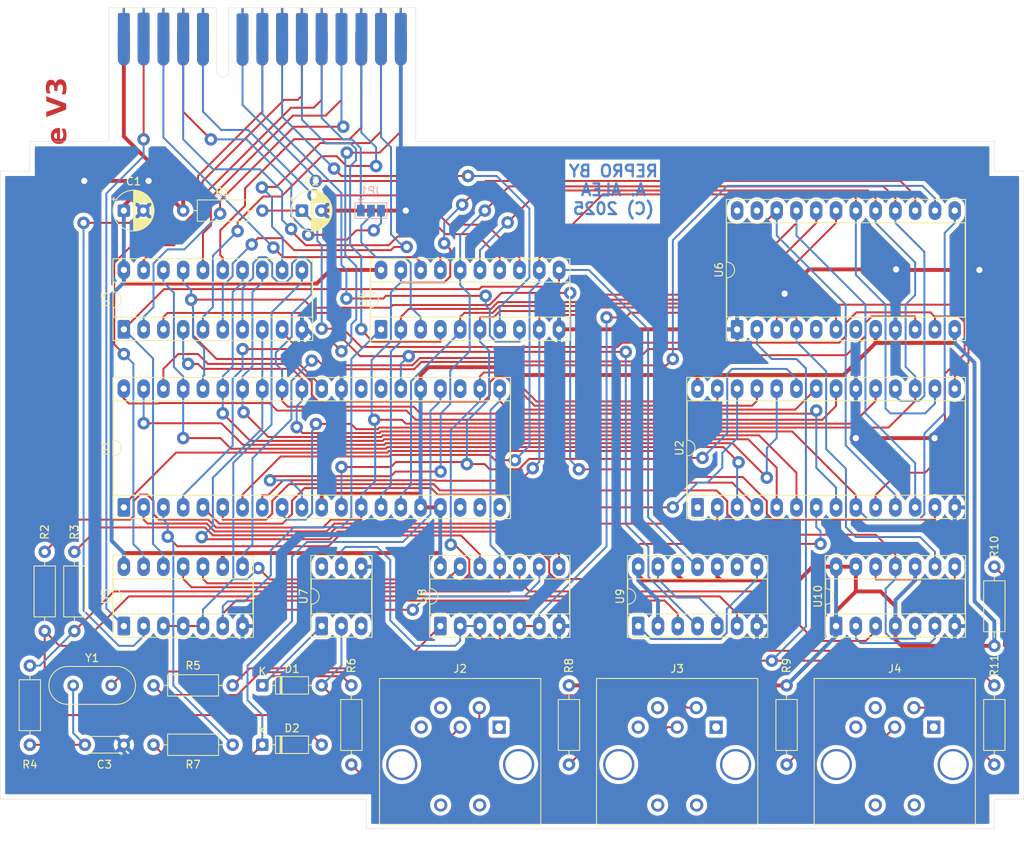
<source format=kicad_pcb>
(kicad_pcb (version 20241229) (generator "pcbnew") (generator_version "9.0")
  (layers (0 "F.Cu" signal) (2 "B.Cu" signal) (13 "F.Paste" user) (15 "B.Paste" user) (5 "F.SilkS" user "F.Silkscreen") (7 "B.SilkS" user "B.Silkscreen") (1 "F.Mask" user) (3 "B.Mask" user) (25 "Edge.Cuts" user))
  (net 0 "")
  (net 1 "GND")
  (net 2 "VCC")
  (net 3 "/Z80_RST")
  (net 4 "Net-(D1-A)")
  (net 5 "Net-(D1-K)")
  (net 7 "Net-(J1-A2)")
  (net 8 "Net-(J1-D4)")
  (net 10 "Net-(J1-A8)")
  (net 11 "Net-(J1-D0)")
  (net 12 "Net-(J1-A0)")
  (net 14 "Net-(J1-D2)")
  (net 15 "Net-(J1-~{ROMOE})")
  (net 17 "Net-(J1-A15)")
  (net 19 "Net-(J1-A7)")
  (net 20 "Net-(J1-D7)")
  (net 21 "Net-(J1-A3)")
  (net 22 "Net-(J1-D1)")
  (net 23 "Net-(J1-D6)")
  (net 26 "Net-(J1-D5)")
  (net 27 "Net-(J1-A1)")
  (net 28 "Net-(J1-A6)")
  (net 30 "Net-(J1-A4)")
  (net 31 "Net-(J1-A5)")
  (net 32 "Net-(J1-A14)")
  (net 35 "Net-(J1-D3)")
  (net 38 "Net-(J2-Pad4)")
  (net 44 "Net-(J3-Pad4)")
  (net 45 "Net-(J3-Pad2)")
  (net 48 "Net-(J4-Pad4)")
  (net 49 "Net-(J4-Pad2)")
  (net 52 "Net-(JP1-C)")
  (net 53 "Net-(R5-Pad1)")
  (net 54 "Net-(U6-Rx_Data)")
  (net 55 "Net-(C3-Pad1)")
  (net 57 "Net-(R3-Pad2)")
  (net 58 "/ZD7")
  (net 59 "Net-(U10A-C)")
  (net 60 "/ZD3")
  (net 61 "/ZD4")
  (net 62 "/ZD6")
  (net 63 "/ZA5")
  (net 64 "/ZA1")
  (net 65 "/Z80_CLK")
  (net 66 "/ZD5")
  (net 67 "/ZD0")
  (net 68 "/ZA2")
  (net 70 "/ZA12")
  (net 71 "/ZA11")
  (net 72 "/ZA4")
  (net 73 "/ZA13")
  (net 77 "/ZA7")
  (net 78 "/ZA9")
  (net 80 "/RD")
  (net 81 "/ZD2")
  (net 82 "/ZA0")
  (net 83 "/ZA3")
  (net 84 "/ZA15")
  (net 85 "/ZA8")
  (net 86 "/ZD1")
  (net 87 "/ZA10")
  (net 88 "/ZA14")
  (net 89 "/WR")
  (net 90 "/ZA6")
  (net 91 "Net-(U6-E)")
  (net 92 "Net-(U10B-Q)")
  (net 93 "Net-(U8-Pad9)")
  (net 94 "Net-(U10B-D)")
  (net 95 "Net-(U10A-D)")
  (net 96 "Net-(D2-A)")
  (net 97 "/Z80_WAIT")
  (net 98 "Net-(U3-OE)")
  (net 99 "Net-(U3-Cp)")
  (net 100 "Net-(U4-OE)")
  (net 101 "Net-(U9A-~{R})")
  (net 102 "Net-(U9A-Q)")
  (net 105 "Net-(U6-Tx_Data)")
  (net 112 "Net-(R11-Pad1)")
  (footprint "Resistor_THT:R_Axial_DIN0207_L6.3mm_D2.5mm_P10.16mm_Horizontal" (layer "F.Cu") (at 101.6 66.04)
    (property "Reference" "R1")
    (property "Value" "4K7")
  )
  (footprint "8bits:DIN-5-female-pcb-horizontal" (layer "F.Cu") (at 139.66 142.36)
    (property "Reference" "J2")
    (property "Value" "DIN-5")
  )
  (footprint "Resistor_THT:R_Axial_DIN0207_L6.3mm_D2.5mm_P10.16mm_Horizontal" (layer "F.Cu") (at 107.95 127 180)
    (property "Reference" "R5")
    (property "Value" "180")
  )
  (footprint "Resistor_THT:R_Axial_DIN0207_L6.3mm_D2.5mm_P10.16mm_Horizontal" (layer "F.Cu") (at 123.19 127 -90)
    (property "Reference" "R6")
    (property "Value" "180")
  )
  (footprint "Capacitor_THT:CP_Radial_D5.0mm_P2.50mm" (layer "F.Cu") (at 93.98 66.04)
    (property "Reference" "C1")
    (property "Value" "33uF/10V")
  )
  (footprint "Package_DIP:DIP-14_W7.62mm_Socket_LongPads" (layer "F.Cu") (at 185.42 119.38 90)
    (property "Reference" "U10")
    (property "Value" "74LS74")
  )
  (footprint "Capacitor_THT:CP_Radial_D5.0mm_P2.50mm" (layer "F.Cu") (at 116.84 66.04)
    (property "Reference" "C2")
    (property "Value" "33uF/10V")
  )
  (footprint "8bits:DIN-5-female-pcb-horizontal" (layer "F.Cu") (at 167.52 142.36)
    (property "Reference" "J3")
    (property "Value" "DIN-5")
  )
  (footprint "8bits:CART_QL_EDGE" (layer "F.Cu") (at 119.38 44.156 180)
    (property "Reference" "J1" (hide yes))
    (property "Value" "QL_cartridge_ROM" (hide yes))
  )
  (footprint "Resistor_THT:R_Axial_DIN0207_L6.3mm_D2.5mm_P10.16mm_Horizontal" (layer "F.Cu") (at 87.63 120.015 90)
    (property "Reference" "R3")
    (property "Value" "10M")
  )
  (footprint "Resistor_THT:R_Axial_DIN0207_L6.3mm_D2.5mm_P10.16mm_Horizontal" (layer "F.Cu") (at 205.74 121.92 90)
    (property "Reference" "R10")
    (property "Value" "2K2")
  )
  (footprint "Capacitor_THT:C_Disc_D4.3mm_W1.9mm_P5.00mm" (layer "F.Cu") (at 88.98 134.62)
    (property "Reference" "C3")
    (property "Value" "33p")
  )
  (footprint "8bits:DIN-5-female-pcb-horizontal" (layer "F.Cu") (at 195.46 142.36)
    (property "Reference" "J4")
    (property "Value" "DIN-5")
  )
  (footprint "Package_DIP:DIP-14_W7.62mm_Socket_LongPads" (layer "F.Cu") (at 160.02 119.38 90)
    (property "Reference" "U9")
    (property "Value" "74LS74")
  )
  (footprint "Resistor_THT:R_Axial_DIN0207_L6.3mm_D2.5mm_P10.16mm_Horizontal" (layer "F.Cu") (at 205.74 127 -90)
    (property "Reference" "R11")
    (property "Value" "180")
  )
  (footprint "Crystal:Crystal_HC49-U_Vertical" (layer "F.Cu") (at 87.476 127)
    (property "Reference" "Y1")
    (property "Value" "8Mhz")
  )
  (footprint "Resistor_THT:R_Axial_DIN0207_L6.3mm_D2.5mm_P10.16mm_Horizontal" (layer "F.Cu") (at 83.82 109.855 -90)
    (property "Reference" "R2")
    (property "Value" "10K")
  )
  (footprint "Package_DIP:DIP-40_W15.24mm_Socket_LongPads" (layer "F.Cu") (at 93.98 104.14 90)
    (property "Reference" "U1")
    (property "Value" "Z80CPU")
  )
  (footprint "Resistor_THT:R_Axial_DIN0207_L6.3mm_D2.5mm_P10.16mm_Horizontal" (layer "F.Cu") (at 97.79 134.62)
    (property "Reference" "R7")
    (property "Value" "4K7")
  )
  (footprint "Resistor_THT:R_Axial_DIN0207_L6.3mm_D2.5mm_P10.16mm_Horizontal" (layer "F.Cu") (at 151.13 127 -90)
    (property "Reference" "R8")
    (property "Value" "180")
  )
  (footprint "Resistor_THT:R_Axial_DIN0207_L6.3mm_D2.5mm_P10.16mm_Horizontal" (layer "F.Cu") (at 81.915 124.46 -90)
    (property "Reference" "R4")
    (property "Value" "1K")
  )
  (footprint "Diode_THT:D_DO-35_SOD27_P7.62mm_Horizontal" (layer "F.Cu") (at 111.76 134.62)
    (property "Reference" "D2")
    (property "Value" "1N4148")
  )
  (footprint "Package_DIP:DIP-20_W7.62mm_Socket_LongPads" (layer "F.Cu") (at 127 81.28 90)
    (property "Reference" "U4")
    (property "Value" "74LS374")
  )
  (footprint "Package_DIP:DIP-24_W15.24mm_Socket_LongPads" (layer "F.Cu") (at 172.72 81.28 90)
    (property "Reference" "U6")
    (property "Value" "MC6850")
  )
  (footprint "Package_DIP:DIP-14_W7.62mm_Socket_LongPads" (layer "F.Cu") (at 134.62 119.38 90)
    (property "Reference" "U8")
    (property "Value" "74LS02")
  )
  (footprint "Package_DIP:DIP-28_W15.24mm_Socket_LongPads" (layer "F.Cu") (at 167.64 104.14 90)
    (property "Reference" "U2")
    (property "Value" "6264")
  )
  (footprint "Resistor_THT:R_Axial_DIN0207_L6.3mm_D2.5mm_P10.16mm_Horizontal" (layer "F.Cu") (at 179.07 127 -90)
    (property "Reference" "R9")
    (property "Value" "180")
  )
  (footprint "Package_DIP:DIP-6_W7.62mm_Socket_LongPads" (layer "F.Cu") (at 119.38 119.38 90)
    (property "Reference" "U7")
    (property "Value" "TIL111")
  )
  (footprint "Package_DIP:DIP-14_W7.62mm_Socket_LongPads" (layer "F.Cu") (at 93.98 119.38 90)
    (property "Reference" "U5")
    (property "Value" "74LS10")
  )
  (footprint "Diode_THT:D_DO-35_SOD27_P7.62mm_Horizontal" (layer "F.Cu") (at 111.76 127)
    (property "Reference" "D1")
    (property "Value" "1N4148")
  )
  (footprint "Package_DIP:DIP-20_W7.62mm_Socket_LongPads" (layer "F.Cu") (at 93.98 81.28 90)
    (property "Reference" "U3")
    (property "Value" "74LS374")
  )
  (footprint "Jumper:SolderJumper-3_P1.3mm_Open_Pad1.0x1.5mm" (layer "B.Cu") (at 125.7 66.04)
    (property "Reference" "JP1")
    (property "Value" "Jumper_3_Bridged12")
  )
  (gr_arc (start 107.442 48.133) (mid 106.68 48.895) (end 105.918 48.133) (stroke (width 0.05)) (layer "Edge.Cuts"))
  (gr_line (start 205.74 141.605) (end 205.74 145.415) (stroke (width 0.05)) (layer "Edge.Cuts"))
  (gr_line (start 81.915 60.96) (end 81.915 57.15) (stroke (width 0.05)) (layer "Edge.Cuts"))
  (gr_line (start 125.095 141.605) (end 78.105 141.605) (stroke (width 0.05)) (layer "Edge.Cuts"))
  (gr_line (start 205.74 141.605) (end 209.55 141.605) (stroke (width 0.05)) (layer "Edge.Cuts"))
  (gr_line (start 107.442 48.133) (end 107.442 40.005) (stroke (width 0.05)) (layer "Edge.Cuts"))
  (gr_line (start 78.105 141.605) (end 78.105 60.96) (stroke (width 0.05)) (layer "Edge.Cuts"))
  (gr_line (start 81.915 60.96) (end 78.105 60.96) (stroke (width 0.05)) (layer "Edge.Cuts"))
  (gr_line (start 105.918 40.005) (end 105.918 48.133) (stroke (width 0.05)) (layer "Edge.Cuts"))
  (gr_line (start 125.095 145.415) (end 125.095 141.605) (stroke (width 0.05)) (layer "Edge.Cuts"))
  (gr_line (start 205.74 60.96) (end 209.55 60.96) (stroke (width 0.05)) (layer "Edge.Cuts"))
  (gr_line (start 205.74 145.415) (end 125.095 145.415) (stroke (width 0.05)) (layer "Edge.Cuts"))
  (gr_line (start 81.915 57.15) (end 92.075 57.15) (stroke (width 0.05)) (layer "Edge.Cuts"))
  (gr_line (start 92.075 57.15) (end 92.075 40.005) (stroke (width 0.05)) (layer "Edge.Cuts"))
  (gr_line (start 209.55 60.96) (end 209.55 141.605) (stroke (width 0.05)) (layer "Edge.Cuts"))
  (gr_line (start 205.74 60.96) (end 205.74 57.15) (stroke (width 0.05)) (layer "Edge.Cuts"))
  (gr_line (start 131.445 40.005) (end 107.442 40.005) (stroke (width 0.05)) (layer "Edge.Cuts"))
  (gr_line (start 131.445 40.005) (end 131.445 57.15) (stroke (width 0.05)) (layer "Edge.Cuts"))
  (gr_line (start 131.445 57.15) (end 205.74 57.15) (stroke (width 0.05)) (layer "Edge.Cuts"))
  (gr_line (start 92.075 40.005) (end 105.918 40.005) (stroke (width 0.05)) (layer "Edge.Cuts"))
  (gr_text "Miracle QL MIDI Interface V3" (at 86.995 105.41 90) (layer "F.Cu") (effects (font (size 2.5 2.5) (thickness 0.3) (bold yes)) (justify left bottom)))
  (gr_text "REPRO BY\nA. ALEA\n(C) 2025" (at 156.845 66.675 0) (layer "B.Cu") (effects (font (size 1.5 1.5) (thickness 0.3) (bold yes)) (justify bottom mirror)))
  (segment (start 97.155 62.23) (end 88.9 62.23) (width 0.5) (layer "F.Cu") (net 1))
  (segment (start 119.34 66.04) (end 130.175 66.04) (width 0.5) (layer "F.Cu") (net 1))
  (segment (start 193.125101 73.589389) (end 181.934611 73.589389) (width 0.5) (layer "F.Cu") (net 1))
  (segment (start 193.195712 73.66) (end 203.835 73.66) (width 0.5) (layer "F.Cu") (net 1))
  (segment (start 193.125101 73.589389) (end 193.195712 73.66) (width 0.5) (layer "F.Cu") (net 1))
  (segment (start 149.86 81.28) (end 172.72 81.28) (width 0.5) (layer "F.Cu") (net 1))
  (segment (start 181.934611 73.589389) (end 178.816 76.708) (width 0.5) (layer "F.Cu") (net 1))
  (segment (start 187.96 95.25) (end 198.0717 95.25) (width 0.5) (layer "F.Cu") (net 1))
  (via (at 198.0717 95.25) (size 1.6) (drill 0.8) (layers "F.Cu" "B.Cu") (net 1))
  (via (at 130.175 66.04) (size 1.6) (drill 0.8) (layers "F.Cu" "B.Cu") (net 1))
  (via (at 88.9 62.23) (size 1.6) (drill 0.8) (layers "F.Cu" "B.Cu") (net 1))
  (via (at 187.96 95.25) (size 1.6) (drill 0.8) (layers "F.Cu" "B.Cu") (net 1))
  (via (at 97.155 62.23) (size 1.6) (drill 0.8) (layers "F.Cu" "B.Cu") (net 1))
  (via (at 193.125101 73.589389) (size 1.6) (drill 0.8) (layers "F.Cu" "B.Cu") (net 1))
  (via (at 203.835 73.66) (size 1.6) (drill 0.8) (layers "F.Cu" "B.Cu") (net 1))
  (via (at 178.816 76.708) (size 1.6) (drill 0.8) (layers "F.Cu" "B.Cu") (net 1))
  (segment (start 129.54 58.42) (end 129.54 43.18) (width 0.5) (layer "B.Cu") (net 1))
  (segment (start 119.38 138.176) (end 126.492 131.064) (width 0.5) (layer "B.Cu") (net 1))
  (segment (start 93.98 134.62) (end 93.472 135.128) (width 0.5) (layer "B.Cu") (net 1))
  (segment (start 200.66 97.8383) (end 200.66 104.14) (width 0.5) (layer "B.Cu") (net 1))
  (segment (start 93.472 135.128) (end 90.424 138.176) (width 0.5) (layer "B.Cu") (net 1))
  (segment (start 127.254 130.302) (end 127.508 130.048) (width 0.5) (layer "B.Cu") (net 1))
  (segment (start 172.72 78.232) (end 172.72 81.28) (width 0.5) (layer "B.Cu") (net 1))
  (segment (start 126.492 116.84) (end 126.492 131.064) (width 0.5) (layer "B.Cu") (net 1))
  (segment (start 180.848 130.048) (end 176.784 130.048) (width 0.5) (layer "B.Cu") (net 1))
  (segment (start 193.04 73.67449) (end 193.125101 73.589389) (width 0.5) (layer "B.Cu") (net 1))
  (segment (start 129.54 58.42) (end 199.644 58.42) (width 0.5) (layer "B.Cu") (net 1))
  (segment (start 120.508348 67.208348) (end 119.34 66.04) (width 0.5) (layer "B.Cu") (net 1))
  (segment (start 126.492 131.064) (end 127.254 130.302) (width 0.5) (layer "B.Cu") (net 1))
  (segment (start 98.425 64.095) (end 98.425 63.5) (width 0.5) (layer "B.Cu") (net 1))
  (segment (start 121.244 81.915) (end 121.244 79.969) (width 0.5) (layer "B.Cu") (net 1))
  (segment (start 116.84 81.28) (end 117.487803 81.28) (width 0.5) (layer "B.Cu") (net 1))
  (segment (start 124.46 114.808) (end 124.46 111.76) (width 0.5) (layer "B.Cu") (net 1))
  (segment (start 131.572 125.984) (end 146.304 125.984) (width 0.5) (layer "B.Cu") (net 1))
  (segment (start 93.472 135.128) (end 96.52 138.176) (width 0.5) (layer "B.Cu") (net 1))
  (segment (start 126.492 116.84) (end 124.46 114.808) (width 0.5) (layer "B.Cu") (net 1))
  (segment (start 96.52 138.176) (end 109.728 138.176) (width 0.5) (layer "B.Cu") (net 1))
  (segment (start 119.980402 83.178598) (end 121.244 81.915) (width 0.5) (layer "B.Cu") (net 1))
  (segment (start 200.66 116.332) (end 202.184 114.808) (width 0.5) (layer "B.Cu") (net 1))
  (segment (start 79.756 122.936) (end 80.772 121.92) (width 0.5) (layer "B.Cu") (net 1))
  (segment (start 84.836 135.636) (end 84.836 132.588) (width 0.5) (layer "B.Cu") (net 1))
  (segment (start 120.508348 79.233348) (end 120.508348 67.208348) (width 0.5) (layer "B.Cu") (net 1))
  (segment (start 105.664 129.032) (end 109.728 133.096) (width 0.5) (layer "B.Cu") (net 1))
  (segment (start 90.424 138.176) (end 87.376 138.176) (width 0.5) (layer "B.Cu") (net 1))
  (segment (start 117.487803 81.28) (end 119.386402 83.178598) (width 0.5) (layer "B.Cu") (net 1))
  (segment (start 198.0717 95.25) (end 200.66 97.8383) (width 0.5) (layer "B.Cu") (net 1))
  (segment (start 129.54 60.0303) (end 129.54 58.42) (width 0.5) (layer "B.Cu") (net 1))
  (segment (start 80.772 70.358) (end 88.9 62.23) (width 0.5) (layer "B.Cu") (net 1))
  (segment (start 175.26 128.524) (end 175.26 121.92) (width 0.5) (layer "B.Cu") (net 1))
  (segment (start 200.66 119.38) (end 200.66 116.332) (width 0.5) (layer "B.Cu") (net 1))
  (segment (start 200.66 106.68) (end 200.66 104.14) (width 0.5) (layer "B.Cu") (net 1))
  (segment (start 202.184 108.204) (end 200.66 106.68) (width 0.5) (layer "B.Cu") (net 1))
  (segment (start 176.784 130.048) (end 175.26 128.524) (width 0.5) (layer "B.Cu") (net 1))
  (segment (start 120.021402 83.813598) (end 120.021402 85.718598) (width 0.5) (layer "B.Cu") (net 1))
  (segment (start 119.386402 83.178598) (end 120.021402 83.813598) (width 0.5) (layer "B.Cu") (net 1))
  (segment (start 130.175 60.6653) (end 129.54 60.0303) (width 0.5) (layer "B.Cu") (net 1))
  (segment (start 127.254 130.302) (end 131.572 125.984) (width 0.5) (layer "B.Cu") (net 1))
  (segment (start 105.664 124.968) (end 105.664 129.032) (width 0.5) (layer "B.Cu") (net 1))
  (segment (start 109.728 138.176) (end 119.38 138.176) (width 0.5) (layer "B.Cu") (net 1))
  (segment (start 84.836 132.588) (end 79.756 127.508) (width 0.5) (layer "B.Cu") (net 1))
  (segment (start 109.728 133.096) (end 109.728 138.176) (width 0.5) (layer "B.Cu") (net 1))
  (segment (start 119.386402 83.178598) (end 119.980402 83.178598) (width 0.5) (layer "B.Cu") (net 1))
  (segment (start 174.244 76.708) (end 172.72 78.232) (width 0.5) (layer "B.Cu") (net 1))
  (segment (start 96.48 66.04) (end 98.425 64.095) (width 0.5) (layer "B.Cu") (net 1))
  (segment (start 121.244 79.969) (end 120.508348 79.233348) (width 0.5) (layer "B.Cu") (net 1))
  (segment (start 198.12 125.476) (end 185.42 125.476) (width 0.5) (layer "B.Cu") (net 1))
  (segment (start 203.835 62.611) (end 203.835 73.66) (width 0.5) (layer "B.Cu") (net 1))
  (segment (start 121.92 86.36) (end 121.92 88.9) (width 0.5) (layer "B.Cu") (net 1))
  (segment (start 109.22 121.412) (end 105.664 124.968) (width 0.5) (layer "B.Cu") (net 1))
  (segment (start 109.22 119.38) (end 109.22 121.412) (width 0.5) (layer "B.Cu") (net 1))
  (segment (start 146.304 125.984) (end 149.86 122.428) (width 0.5) (layer "B.Cu") (net 1))
  (segment (start 178.816 76.708) (end 174.244 76.708) (width 0.5) (layer "B.Cu") (net 1))
  (segment (start 130.175 66.04) (end 130.175 60.6653) (width 0.5) (layer "B.Cu") (net 1))
  (segment (start 80.772 121.92) (end 80.772 70.358) (width 0.5) (layer "B.Cu") (net 1))
  (segment (start 120.021402 85.718598) (end 121.278598 85.718598) (width 0.5) (layer "B.Cu") (net 1))
  (segment (start 87.376 138.176) (end 84.836 135.636) (width 0.5) (layer "B.Cu") (net 1))
  (segment (start 121.278598 85.718598) (end 121.92 86.36) (width 0.5) (layer "B.Cu") (net 1))
  (segment (start 193.04 81.28) (end 193.04 73.67449) (width 0.5) (layer "B.Cu") (net 1))
  (segment (start 200.66 122.936) (end 198.12 125.476) (width 0.5) (layer "B.Cu") (net 1))
  (segment (start 199.644 58.42) (end 203.835 62.611) (width 0.5) (layer "B.Cu") (net 1))
  (segment (start 175.26 122.428) (end 149.86 122.428) (width 0.5) (layer "B.Cu") (net 1))
  (segment (start 98.425 63.5) (end 97.155 62.23) (width 0.5) (layer "B.Cu") (net 1))
  (segment (start 175.26 119.38) (end 175.26 121.92) (width 0.5) (layer "B.Cu") (net 1))
  (segment (start 185.42 125.476) (end 180.848 130.048) (width 0.5) (layer "B.Cu") (net 1))
  (segment (start 200.66 119.38) (end 200.66 122.936) (width 0.5) (layer "B.Cu") (net 1))
  (segment (start 202.184 114.808) (end 202.184 108.204) (width 0.5) (layer "B.Cu") (net 1))
  (segment (start 149.86 122.428) (end 149.86 119.38) (width 0.5) (layer "B.Cu") (net 1))
  (segment (start 175.26 121.92) (end 175.26 122.428) (width 0.5) (layer "B.Cu") (net 1))
  (segment (start 79.756 127.508) (end 79.756 122.936) (width 0.5) (layer "B.Cu") (net 1))
  (segment (start 187.96 88.9) (end 187.96 95.25) (width 0.5) (layer "B.Cu") (net 1))
  (segment (start 95.25 64.6347) (end 94.7503 64.6347) (width 0.5) (layer "F.Cu") (net 2))
  (segment (start 95.25 64.6347) (end 100.1947 64.6347) (width 0.5) (layer "F.Cu") (net 2))
  (segment (start 182.406 111.76) (end 180.6543 113.5117) (width 0.5) (layer "F.Cu") (net 2))
  (segment (start 170.6617 113.5117) (end 170.18 113.03) (width 0.5) (layer "F.Cu") (net 2))
  (segment (start 93.98 43.18) (end 93.98 56.515) (width 0.5) (layer "F.Cu") (net 2))
  (segment (start 100.1947 64.6347) (end 101.6 66.04) (width 0.5) (layer "F.Cu") (net 2))
  (segment (start 187.96 114.935) (end 187.96 111.76) (width 0.5) (layer "F.Cu") (net 2))
  (segment (start 101.6 66.04) (end 101.6 64.135) (width 0.5) (layer "F.Cu") (net 2))
  (segment (start 187.96 114.935) (end 191.135 114.935) (width 0.5) (layer "F.Cu") (net 2))
  (segment (start 93.98 111.76) (end 93.98 110.0083) (width 0.5) (layer "F.Cu") (net 2))
  (segment (start 133.0834 86.1449) (end 132.08 87.1483) (width 0.5) (layer "F.Cu") (net 2))
  (segment (start 193.04 121.1302) (end 193.8298 121.92) (width 0.5) (layer "F.Cu") (net 2))
  (segment (start 127 73.66) (end 120.4967 73.66) (width 0.5) (layer "F.Cu") (net 2))
  (segment (start 167.64 87.1483) (end 144.624 87.1483) (width 0.5) (layer "F.Cu") (net 2))
  (segment (start 190.5 81.28) (end 190.5 83.0317) (width 0.5) (layer "F.Cu") (net 2))
  (segment (start 160.02 112.8767) (end 160.02 111.76) (width 0.5) (layer "F.Cu") (net 2))
  (segment (start 171.45 113.5117) (end 170.6617 113.5117) (width 0.5) (layer "F.Cu") (net 2))
  (segment (start 93.98 110.0083) (end 106.68 110.0083) (width 0.5) (layer "F.Cu") (net 2))
  (segment (start 106.6815 110.0083) (end 134.62 110.0083) (width 0.5) (layer "F.Cu") (net 2))
  (segment (start 132.08 88.9) (end 132.08 87.1483) (width 0.5) (layer "F.Cu") (net 2))
  (segment (start 165.1 112.8767) (end 165.735 113.5117) (width 0.5) (layer "F.Cu") (net 2))
  (segment (start 193.04 116.84) (end 193.04 119.38) (width 0.5) (layer "F.Cu") (net 2))
  (segment (start 101.6 64.135) (end 93.98 56.515) (width 0.5) (layer "F.Cu") (net 2))
  (segment (start 94.7503 64.6347) (end 93.98 65.405) (width 0.5) (layer "F.Cu") (net 2))
  (segment (start 170.18 113.03) (end 170.18 111.76) (width 0.5) (layer "F.Cu") (net 2))
  (segment (start 167.64 88.9) (end 167.64 87.1483) (width 0.5) (layer "F.Cu") (net 2))
  (segment (start 167.64 87.1483) (end 186.3834 87.1483) (width 0.5) (layer "F.Cu") (net 2))
  (segment (start 106.68 111.76) (end 106.68 110.0098) (width 0.5) (layer "F.Cu") (net 2))
  (segment (start 134.62 111.76) (end 134.62 110.0083) (width 0.5) (layer "F.Cu") (net 2))
  (segment (start 118.745 75.4117) (end 93.98 75.4117) (width 0.5) (layer "F.Cu") (net 2))
  (segment (start 171.45 113.5117) (end 180.6543 113.5117) (width 0.5) (layer "F.Cu") (net 2))
  (segment (start 185.42 117.475) (end 185.42 118.11) (width 0.5) (layer "F.Cu") (net 2))
  (segment (start 193.04 119.38) (end 193.04 121.1302) (width 0.5) (layer "F.Cu") (net 2))
  (segment (start 119.38 102.3883) (end 132.08 102.3883) (width 0.5) (layer "F.Cu") (net 2))
  (segment (start 185.42 118.11) (end 185.42 119.38) (width 0.5) (layer "F.Cu") (net 2))
  (segment (start 93.98 73.66) (end 93.98 75.4117) (width 0.5) (layer "F.Cu") (net 2))
  (segment (start 134.62 104.14) (end 132.08 104.14) (width 0.5) (layer "F.Cu") (net 2))
  (segment (start 187.96 114.935) (end 185.42 117.475) (width 0.5) (layer "F.Cu") (net 2))
  (segment (start 193.8298 121.92) (end 205.74 121.92) (width 0.5) (layer "F.Cu") (net 2))
  (segment (start 179.07 127) (end 151.13 127) (width 0.5) (layer "F.Cu") (net 2))
  (segment (start 171.45 113.5117) (end 165.735 113.5117) (width 0.5) (layer "F.Cu") (net 2))
  (segment (start 160.655 113.5117) (end 160.02 112.8767) (width 0.5) (layer "F.Cu") (net 2))
  (segment (start 165.735 113.5117) (end 160.655 113.5117) (width 0.5) (layer "F.Cu") (net 2))
  (segment (start 132.08 104.14) (end 132.08 102.3883) (width 0.5) (layer "F.Cu") (net 2))
  (segment (start 187.96 111.76) (end 185.42 111.76) (width 0.5) (layer "F.Cu") (net 2))
  (segment (start 106.68 110.0098) (end 106.68 110.0083) (width 0.5) (layer "F.Cu") (net 2))
  (segment (start 119.38 104.14) (end 119.38 102.3883) (width 0.5) (layer "F.Cu") (net 2))
  (segment (start 144.624 87.1483) (end 143.6206 86.1449) (width 0.5) (layer "F.Cu") (net 2))
  (segment (start 200.66 83.0317) (end 190.5 83.0317) (width 0.5) (layer "F.Cu") (net 2))
  (segment (start 120.4967 73.66) (end 118.745 75.4117) (width 0.5) (layer "F.Cu") (net 2))
  (segment (start 93.98 66.04) (end 93.98 65.405) (width 0.5) (layer "F.Cu") (net 2))
  (segment (start 186.3834 87.1483) (end 190.5 83.0317) (width 0.5) (layer "F.Cu") (net 2))
  (segment (start 106.68 110.0098) (end 106.6815 110.0083) (width 0.5) (layer "F.Cu") (net 2))
  (segment (start 165.1 111.76) (end 165.1 112.8767) (width 0.5) (layer "F.Cu") (net 2))
  (segment (start 94.6813 64.6347) (end 95.25 64.6347) (width 0.5) (layer "F.Cu") (net 2))
  (segment (start 200.66 81.28) (end 200.66 83.0317) (width 0.5) (layer "F.Cu") (net 2))
  (segment (start 185.42 111.76) (end 182.406 111.76) (width 0.5) (layer "F.Cu") (net 2))
  (segment (start 143.6206 86.1449) (end 133.0834 86.1449) (width 0.5) (layer "F.Cu") (net 2))
  (segment (start 191.135 114.935) (end 193.04 116.84) (width 0.5) (layer "F.Cu") (net 2))
  (segment (start 93.98 111.76) (end 93.98 110.0083) (width 0.5) (layer "B.Cu") (net 2))
  (segment (start 160.02 111.76) (end 160.02 113.5117) (width 0.5) (layer "B.Cu") (net 2))
  (segment (start 193.04 119.38) (end 193.04 116.0517) (width 0.5) (layer "B.Cu") (net 2))
  (segment (start 179.07 127) (end 185.42 120.65) (width 0.5) (layer "B.Cu") (net 2))
  (segment (start 185.42 119.38) (end 185.42 111.76) (width 0.5) (layer "B.Cu") (net 2))
  (segment (start 203.2 85.5717) (end 200.66 83.0317) (width 0.5) (layer "B.Cu") (net 2))
  (segment (start 195.58 111.76) (end 195.58 113.5117) (width 0.5) (layer "B.Cu") (net 2))
  (segment (start 93.98 73.66) (end 93.98 66.04) (width 0.5) (layer "B.Cu") (net 2))
  (segment (start 185.42 120.65) (end 185.42 119.38) (width 0.5) (layer "B.Cu") (net 2))
  (segment (start 132.08 88.9) (end 132.08 104.14) (width 0.5) (layer "B.Cu") (net 2))
  (segment (start 200.66 83.0317) (end 200.66 81.28) (width 0.5) (layer "B.Cu") (net 2))
  (segment (start 162.56 116.0517) (end 162.56 119.38) (width 0.5) (layer "B.Cu") (net 2))
  (segment (start 160.02 113.5117) (end 162.56 116.0517) (width 0.5) (layer "B.Cu") (net 2))
  (segment (start 134.6008 104.1592) (end 134.6008 111.7408) (width 0.5) (layer "B.Cu") (net 2))
  (segment (start 205.74 121.92) (end 205.74 118.745) (width 0.5) (layer "B.Cu") (net 2))
  (segment (start 193.04 116.0517) (end 195.58 113.5117) (width 0.5) (layer "B.Cu") (net 2))
  (segment (start 203.2 116.205) (end 203.2 85.5717) (width 0.5) (layer "B.Cu") (net 2))
  (segment (start 92.4106 108.4389) (end 93.98 110.0083) (width 0.5) (layer "B.Cu") (net 2))
  (segment (start 93.98 73.66) (end 93.98 75.2656) (width 0.5) (layer "B.Cu") (net 2))
  (segment (start 92.4106 76.835) (end 92.4106 108.4389) (width 0.5) (layer "B.Cu") (net 2))
  (segment (start 93.98 75.2656) (end 92.4106 76.835) (width 0.5) (layer "B.Cu") (net 2))
  (segment (start 205.74 118.745) (end 203.2 116.205) (width 0.5) (layer "B.Cu") (net 2))
  (segment (start 120.7975 81.2022) (end 124.3206 84.7253) (width 0.25) (layer "F.Cu") (net 3))
  (segment (start 130.5562 84.7253) (end 124.3206 84.7253) (width 0.25) (layer "F.Cu") (net 3))
  (segment (start 119.38 81.2022) (end 120.7975 81.2022) (width 0.25) (layer "F.Cu") (net 3))
  (segment (start 116.84 66.04) (end 111.76 66.04) (width 0.25) (layer "F.Cu") (net 3))
  (segment (start 130.5562 84.2297) (end 130.5562 84.7253) (width 0.25) (layer "F.Cu") (net 3))
  (segment (start 158.4223 84.1774) (end 130.6085 84.1774) (width 0.25) (layer "F.Cu") (net 3))
  (segment (start 130.6085 84.1774) (end 130.5562 84.2297) (width 0.25) (layer "F.Cu") (net 3))
  (via (at 130.5562 84.7253) (size 1.6) (drill 0.8) (layers "F.Cu" "B.Cu") (net 3))
  (via (at 119.38 81.2022) (size 1.6) (drill 0.8) (layers "F.Cu" "B.Cu") (net 3))
  (via (at 158.4223 84.1774) (size 1.6) (drill 0.8) (layers "F.Cu" "B.Cu") (net 3))
  (segment (start 129.54 85.7415) (end 130.5562 84.7253) (width 0.25) (layer "B.Cu") (net 3))
  (segment (start 129.54 88.9) (end 129.54 85.7415) (width 0.25) (layer "B.Cu") (net 3))
  (segment (start 119.38 81.2022) (end 119.38 70.485) (width 0.25) (layer "B.Cu") (net 3))
  (segment (start 158.4223 84.1774) (end 158.4223 106.3169) (width 0.25) (layer "B.Cu") (net 3))
  (segment (start 161.3254 113.0654) (end 161.3254 109.22) (width 0.25) (layer "B.Cu") (net 3))
  (segment (start 118.8214 69.9264) (end 118.8214 68.0214) (width 0.25) (layer "B.Cu") (net 3))
  (segment (start 158.4223 106.3169) (end 161.3254 109.22) (width 0.25) (layer "B.Cu") (net 3))
  (segment (start 116.84 66.04) (end 118.8214 68.0214) (width 0.25) (layer "B.Cu") (net 3))
  (segment (start 167.64 119.38) (end 161.3254 113.0654) (width 0.25) (layer "B.Cu") (net 3))
  (segment (start 119.38 70.485) (end 118.8214 69.9264) (width 0.25) (layer "B.Cu") (net 3))
  (segment (start 123.5133 131.1333) (end 119.38 127) (width 0.25) (layer "F.Cu") (net 4))
  (segment (start 127.635 131.1333) (end 123.5133 131.1333) (width 0.25) (layer "F.Cu") (net 4))
  (segment (start 134.9 134.62) (end 131.1217 134.62) (width 0.25) (layer "F.Cu") (net 4))
  (segment (start 131.1217 134.62) (end 127.635 131.1333) (width 0.25) (layer "F.Cu") (net 4))
  (segment (start 137.16 132.36) (end 134.9 134.62) (width 0.25) (layer "F.Cu") (net 4))
  (segment (start 121.92 119.38) (end 121.92 124.46) (width 0.25) (layer "B.Cu") (net 4))
  (segment (start 121.92 124.46) (end 119.38 127) (width 0.25) (layer "B.Cu") (net 4))
  (segment (start 112.9367 125.8233) (end 111.76 127) (width 0.25) (layer "F.Cu") (net 5))
  (segment (start 122.0133 125.8233) (end 112.9367 125.8233) (width 0.25) (layer "F.Cu") (net 5))
  (segment (start 123.19 127) (end 122.0133 125.8233) (width 0.25) (layer "F.Cu") (net 5))
  (segment (start 119.38 119.38) (end 111.76 127) (width 0.25) (layer "B.Cu") (net 5))
  (segment (start 138.176 61.595) (end 121.92 61.595) (width 0.25) (layer "F.Cu") (net 7))
  (segment (start 121.92 61.595) (end 120.9675 60.6425) (width 0.25) (layer "F.Cu") (net 7))
  (via (at 120.9675 60.6425) (size 1.6) (drill 0.8) (layers "F.Cu" "B.Cu") (net 7))
  (via (at 138.176 61.595) (size 1.6) (drill 0.8) (layers "F.Cu" "B.Cu") (net 7))
  (segment (start 114.3 44.918) (end 114.3 53.975) (width 0.25) (layer "B.Cu") (net 7))
  (segment (start 142.24 81.28) (end 142.24 78.451115) (width 0.25) (layer "B.Cu") (net 7))
  (segment (start 120.9675 60.6425) (end 114.3 53.975) (width 0.25) (layer "B.Cu") (net 7))
  (segment (start 141.859 61.595) (end 138.176 61.595) (width 0.25) (layer "B.Cu") (net 7))
  (segment (start 146.05 65.786) (end 141.859 61.595) (width 0.25) (layer "B.Cu") (net 7))
  (segment (start 146.05 74.641115) (end 146.05 65.786) (width 0.25) (layer "B.Cu") (net 7))
  (segment (start 142.24 78.451115) (end 146.05 74.641115) (width 0.25) (layer "B.Cu") (net 7))
  (segment (start 113.5602 62.9973) (end 111.774853 62.9973) (width 0.25) (layer "F.Cu") (net 8))
  (segment (start 125.5108 57.3692) (end 119.1883 57.3692) (width 0.25) (layer "F.Cu") (net 8))
  (segment (start 127 55.88) (end 125.5108 57.3692) (width 0.25) (layer "F.Cu") (net 8))
  (segment (start 111.774853 62.9973) (end 111.701664 63.070489) (width 0.25) (layer "F.Cu") (net 8))
  (segment (start 127 44.918) (end 127 55.88) (width 0.25) (layer "F.Cu") (net 8))
  (segment (start 119.1883 57.3692) (end 113.5602 62.9973) (width 0.25) (layer "F.Cu") (net 8))
  (via (at 111.701664 63.070489) (size 1.6) (drill 0.8) (layers "F.Cu" "B.Cu") (net 8))
  (segment (start 114.3 73.66) (end 114.3 72.0833) (width 0.25) (layer "B.Cu") (net 8))
  (segment (start 114.3805 72.0028) (end 114.3805 69.4703) (width 0.25) (layer "B.Cu") (net 8))
  (segment (start 114.3 72.0833) (end 114.3805 72.0028) (width 0.25) (layer "B.Cu") (net 8))
  (segment (start 113.0052 68.095) (end 113.0052 64.374025) (width 0.25) (layer "B.Cu") (net 8))
  (segment (start 113.0052 64.374025) (end 111.701664 63.070489) (width 0.25) (layer "B.Cu") (net 8))
  (segment (start 114.3805 69.4703) (end 113.0052 68.095) (width 0.25) (layer "B.Cu") (net 8))
  (segment (start 122.6401 69.7649) (end 120.015 69.7649) (width 0.25) (layer "F.Cu") (net 10))
  (segment (start 123.825 68.58) (end 122.6401 69.7649) (width 0.25) (layer "F.Cu") (net 10))
  (segment (start 120.015 69.7649) (end 119.3968 69.1467) (width 0.25) (layer "F.Cu") (net 10))
  (segment (start 101.6 44.918) (end 101.6 53.34) (width 0.25) (layer "F.Cu") (net 10))
  (segment (start 119.3968 69.1467) (end 117.6443 69.1467) (width 0.25) (layer "F.Cu") (net 10))
  (segment (start 126.0632 68.58) (end 123.825 68.58) (width 0.25) (layer "F.Cu") (net 10))
  (segment (start 101.6 53.34) (end 105.156 56.896) (width 0.25) (layer "F.Cu") (net 10))
  (via (at 105.156 56.896) (size 1.6) (drill 0.8) (layers "F.Cu" "B.Cu") (net 10))
  (via (at 117.6443 69.1467) (size 1.6) (drill 0.8) (layers "F.Cu" "B.Cu") (net 10))
  (via (at 126.0632 68.58) (size 1.6) (drill 0.8) (layers "F.Cu" "B.Cu") (net 10))
  (segment (start 115.4822 62.6502) (end 115.4822 66.7628) (width 0.25) (layer "B.Cu") (net 10))
  (segment (start 127 66.04) (end 127 67.6432) (width 0.25) (layer "B.Cu") (net 10))
  (segment (start 109.728 56.896) (end 115.4822 62.6502) (width 0.25) (layer "B.Cu") (net 10))
  (segment (start 105.156 56.896) (end 109.728 56.896) (width 0.25) (layer "B.Cu") (net 10))
  (segment (start 115.4822 66.7628) (end 117.6443 68.9249) (width 0.25) (layer "B.Cu") (net 10))
  (segment (start 117.6443 68.9249) (end 117.6443 69.1467) (width 0.25) (layer "B.Cu") (net 10))
  (segment (start 127 67.6432) (end 126.0632 68.58) (width 0.25) (layer "B.Cu") (net 10))
  (segment (start 106.3361 66.4338) (end 106.3361 64.77) (width 0.25) (layer "F.Cu") (net 11))
  (segment (start 115.8365 55.2696) (end 106.3361 64.77) (width 0.25) (layer "F.Cu") (net 11))
  (segment (start 122.155 55.2696) (end 115.8365 55.2696) (width 0.25) (layer "F.Cu") (net 11))
  (via (at 106.3361 66.4338) (size 1.6) (drill 0.8) (layers "F.Cu" "B.Cu") (net 11))
  (via (at 122.155 55.2696) (size 1.6) (drill 0.8) (layers "F.Cu" "B.Cu") (net 11))
  (segment (start 101.75005 71.01985) (end 99.59485 71.01985) (width 0.25) (layer "B.Cu") (net 11))
  (segment (start 122.155 55.2696) (end 121.92 55.0346) (width 0.25) (layer "B.Cu") (net 11))
  (segment (start 121.92 44.918) (end 121.92 55.0346) (width 0.25) (layer "B.Cu") (net 11))
  (segment (start 96.52 79.7033) (end 97.79 78.4333) (width 0.25) (layer "B.Cu") (net 11))
  (segment (start 97.79 72.8247) (end 99.59485 71.01985) (width 0.25) (layer "B.Cu") (net 11))
  (segment (start 97.79 78.4333) (end 97.79 72.8247) (width 0.25) (layer "B.Cu") (net 11))
  (segment (start 106.3361 66.4338) (end 101.75005 71.01985) (width 0.25) (layer "B.Cu") (net 11))
  (segment (start 96.52 81.28) (end 96.52 79.7033) (width 0.25) (layer "B.Cu") (net 11))
  (segment (start 122.1423 56.921) (end 119.38 54.1587) (width 0.25) (layer "B.Cu") (net 12))
  (segment (start 123.301 56.921) (end 122.1423 56.921) (width 0.25) (layer "B.Cu") (net 12))
  (segment (start 124.4 58.02) (end 123.301 56.921) (width 0.25) (layer "B.Cu") (net 12))
  (segment (start 124.4 66.04) (end 124.4 58.02) (width 0.25) (layer "B.Cu") (net 12))
  (segment (start 119.38 44.918) (end 119.38 54.1587) (width 0.25) (layer "B.Cu") (net 12))
  (segment (start 115.8391 71.12) (end 114.3 69.5809) (width 0.25) (layer "F.Cu") (net 14))
  (segment (start 111.1963 69.5809) (end 110.3911 70.3861) (width 0.25) (layer "F.Cu") (net 14))
  (segment (start 128.27 71.12) (end 115.8391 71.12) (width 0.25) (layer "F.Cu") (net 14))
  (segment (start 128.6834 70.7066) (end 128.27 71.12) (width 0.25) (layer "F.Cu") (net 14))
  (segment (start 130.2945 70.7066) (end 128.6834 70.7066) (width 0.25) (layer "F.Cu") (net 14))
  (segment (start 114.3 69.5809) (end 111.1963 69.5809) (width 0.25) (layer "F.Cu") (net 14))
  (via (at 110.3911 70.3861) (size 1.6) (drill 0.8) (layers "F.Cu" "B.Cu") (net 14))
  (via (at 130.2945 70.7066) (size 1.6) (drill 0.8) (layers "F.Cu" "B.Cu") (net 14))
  (segment (start 107.9499 74.464) (end 107.9499 72.8273) (width 0.25) (layer "B.Cu") (net 14))
  (segment (start 129.9025 70.7066) (end 130.2945 70.7066) (width 0.25) (layer "B.Cu") (net 14))
  (segment (start 128.2846 57.912) (end 128.2846 69.0887) (width 0.25) (layer "B.Cu") (net 14))
  (segment (start 107.9499 72.8273) (end 110.3911 70.3861) (width 0.25) (layer "B.Cu") (net 14))
  (segment (start 106.68 81.28) (end 106.68 75.7339) (width 0.25) (layer "B.Cu") (net 14))
  (segment (start 106.68 75.7339) (end 107.9499 74.464) (width 0.25) (layer "B.Cu") (net 14))
  (segment (start 127 43.18) (end 127 56.6274) (width 0.25) (layer "B.Cu") (net 14))
  (segment (start 127 56.6274) (end 128.2846 57.912) (width 0.25) (layer "B.Cu") (net 14))
  (segment (start 128.2846 69.0887) (end 129.9025 70.7066) (width 0.25) (layer "B.Cu") (net 14))
  (segment (start 103.505 65.8748) (end 103.505 61.595) (width 0.25) (layer "F.Cu") (net 15))
  (segment (start 101.7672 67.6126) (end 103.505 65.8748) (width 0.25) (layer "F.Cu") (net 15))
  (segment (start 103.505 61.595) (end 111.76 53.34) (width 0.25) (layer "F.Cu") (net 15))
  (segment (start 88.8067 67.6126) (end 101.7672 67.6126) (width 0.25) (layer "F.Cu") (net 15))
  (segment (start 111.76 53.34) (end 111.76 44.918) (width 0.25) (layer "F.Cu") (net 15))
  (via (at 88.8067 67.6126) (size 1.6) (drill 0.8) (layers "F.Cu" "B.Cu") (net 15))
  (segment (start 93.345 121.92) (end 88.8067 117.3817) (width 0.25) (layer "B.Cu") (net 15))
  (segment (start 88.8067 117.3817) (end 88.8067 67.6126) (width 0.25) (layer "B.Cu") (net 15))
  (segment (start 96.52 119.38) (end 96.52 120.65) (width 0.25) (layer "B.Cu") (net 15))
  (segment (start 96.52 120.65) (end 95.25 121.92) (width 0.25) (layer "B.Cu") (net 15))
  (segment (start 95.25 121.92) (end 93.345 121.92) (width 0.25) (layer "B.Cu") (net 15))
  (segment (start 92.7392 83.2142) (end 93.98 84.455) (width 0.25) (layer "F.Cu") (net 17))
  (segment (start 101.6262 68.4654) (end 97.038 68.4654) (width 0.25) (layer "F.Cu") (net 17))
  (segment (start 92.7392 72.7642) (end 92.7392 83.2142) (width 0.25) (layer "F.Cu") (net 17))
  (segment (start 116.84 51.308) (end 116.332 51.816) (width 0.25) (layer "F.Cu") (net 17))
  (segment (start 116.84 44.918) (end 116.84 51.308) (width 0.25) (layer "F.Cu") (net 17))
  (segment (start 97.038 68.4654) (end 92.7392 72.7642) (width 0.25) (layer "F.Cu") (net 17))
  (segment (start 104.0958 62.2742) (end 104.0958 65.9958) (width 0.25) (layer "F.Cu") (net 17))
  (segment (start 114.554 51.816) (end 104.0958 62.2742) (width 0.25) (layer "F.Cu") (net 17))
  (segment (start 104.0958 65.9958) (end 101.6262 68.4654) (width 0.25) (layer "F.Cu") (net 17))
  (segment (start 116.332 51.816) (end 114.554 51.816) (width 0.25) (layer "F.Cu") (net 17))
  (via (at 93.98 84.455) (size 1.6) (drill 0.8) (layers "F.Cu" "B.Cu") (net 17))
  (segment (start 96.52 111.76) (end 96.52 110.1833) (width 0.25) (layer "B.Cu") (net 17))
  (segment (start 95.2052 85.6802) (end 93.98 84.455) (width 0.25) (layer "B.Cu") (net 17))
  (segment (start 95.2052 108.8685) (end 95.2052 85.6802) (width 0.25) (layer "B.Cu") (net 17))
  (segment (start 96.52 110.1833) (end 95.2052 108.8685) (width 0.25) (layer "B.Cu") (net 17))
  (segment (start 131.445 72.0087) (end 114.4138 72.0087) (width 0.25) (layer "F.Cu") (net 19))
  (segment (start 132.08 72.6437) (end 131.445 72.0087) (width 0.25) (layer "F.Cu") (net 19))
  (segment (start 114.4138 72.0087) (end 113.1868 70.7817) (width 0.25) (layer "F.Cu") (net 19))
  (via (at 113.1868 70.7817) (size 1.6) (drill 0.8) (layers "F.Cu" "B.Cu") (net 19))
  (segment (start 99.06 56.6549) (end 113.1868 70.7817) (width 0.25) (layer "B.Cu") (net 19))
  (segment (start 99.06 44.918) (end 99.06 56.6549) (width 0.25) (layer "B.Cu") (net 19))
  (segment (start 98.425 70.485) (end 96.52 72.39) (width 0.25) (layer "F.Cu") (net 20))
  (segment (start 119.38 44.918) (end 119.38 51.816) (width 0.25) (layer "F.Cu") (net 20))
  (segment (start 115.443 52.832) (end 104.6577 63.6173) (width 0.25) (layer "F.Cu") (net 20))
  (segment (start 118.364 52.832) (end 115.443 52.832) (width 0.25) (layer "F.Cu") (net 20))
  (segment (start 100.4045 70.485) (end 98.425 70.485) (width 0.25) (layer "F.Cu") (net 20))
  (segment (start 96.52 72.39) (end 96.52 73.66) (width 0.25) (layer "F.Cu") (net 20))
  (segment (start 104.6577 63.6173) (end 104.6577 66.2318) (width 0.25) (layer "F.Cu") (net 20))
  (segment (start 104.6577 66.2318) (end 100.4045 70.485) (width 0.25) (layer "F.Cu") (net 20))
  (segment (start 119.38 51.816) (end 118.364 52.832) (width 0.25) (layer "F.Cu") (net 20))
  (segment (start 127.2931 77.3291) (end 127.635 76.9872) (width 0.25) (layer "F.Cu") (net 21))
  (segment (start 122.555 77.3291) (end 127.2931 77.3291) (width 0.25) (layer "F.Cu") (net 21))
  (segment (start 127.635 76.9872) (end 140.4291 76.9872) (width 0.25) (layer "F.Cu") (net 21))
  (via (at 122.555 77.3291) (size 1.6) (drill 0.8) (layers "F.Cu" "B.Cu") (net 21))
  (via (at 140.4291 76.9872) (size 1.6) (drill 0.8) (layers "F.Cu" "B.Cu") (net 21))
  (segment (start 140.4291 76.9872) (end 140.4291 78.1991) (width 0.25) (layer "B.Cu") (net 21))
  (segment (start 144.78 82.8567) (end 141.7197 82.8567) (width 0.25) (layer "B.Cu") (net 21))
  (segment (start 122.555 77.3291) (end 122.555 73.6724) (width 0.25) (layer "B.Cu") (net 21))
  (segment (start 140.97 82.107) (end 140.97 78.74) (width 0.25) (layer "B.Cu") (net 21))
  (segment (start 121.9076 63.7791) (end 111.76 53.6315) (width 0.25) (layer "B.Cu") (net 21))
  (segment (start 144.78 81.28) (end 144.78 82.8567) (width 0.25) (layer "B.Cu") (net 21))
  (segment (start 141.7197 82.8567) (end 140.97 82.107) (width 0.25) (layer "B.Cu") (net 21))
  (segment (start 140.4291 78.1991) (end 140.97 78.74) (width 0.25) (layer "B.Cu") (net 21))
  (segment (start 111.76 53.6315) (end 111.76 43.18) (width 0.25) (layer "B.Cu") (net 21))
  (segment (start 122.555 73.6724) (end 121.9076 73.025) (width 0.25) (layer "B.Cu") (net 21))
  (segment (start 121.9076 73.025) (end 121.9076 63.7791) (width 0.25) (layer "B.Cu") (net 21))
  (segment (start 114.2002 64.2348) (end 119.38 59.055) (width 0.25) (layer "F.Cu") (net 22))
  (segment (start 108.585 67.5096) (end 111.8598 64.2348) (width 0.25) (layer "F.Cu") (net 22))
  (segment (start 126.1405 60.3088) (end 126.365 60.325) (width 0.25) (layer "F.Cu") (net 22))
  (segment (start 119.38 59.055) (end 121.3012 59.055) (width 0.25) (layer "F.Cu") (net 22))
  (segment (start 121.3012 59.055) (end 122.555 60.3088) (width 0.25) (layer "F.Cu") (net 22))
  (segment (start 108.585 68.6648) (end 108.585 67.5096) (width 0.25) (layer "F.Cu") (net 22))
  (segment (start 111.8598 64.2348) (end 114.2002 64.2348) (width 0.25) (layer "F.Cu") (net 22))
  (segment (start 122.555 60.3088) (end 126.1405 60.3088) (width 0.25) (layer "F.Cu") (net 22))
  (via (at 126.365 60.325) (size 1.6) (drill 0.8) (layers "F.Cu" "B.Cu") (net 22))
  (via (at 108.585 68.6648) (size 1.6) (drill 0.8) (layers "F.Cu" "B.Cu") (net 22))
  (segment (start 124.46 44.958) (end 124.46 49.4665) (width 0.25) (layer "B.Cu") (net 22))
  (segment (start 105.41 71.8398) (end 108.585 68.6648) (width 0.25) (layer "B.Cu") (net 22))
  (segment (start 104.14 81.28) (end 104.14 79.7033) (width 0.25) (layer "B.Cu") (net 22))
  (segment (start 124.4854 49.4411) (end 124.4854 43.1908) (width 0.25) (layer "B.Cu") (net 22))
  (segment (start 124.46 56.007) (end 126.365 57.912) (width 0.25) (layer "B.Cu") (net 22))
  (segment (start 126.365 57.912) (end 126.365 60.325) (width 0.25) (layer "B.Cu") (net 22))
  (segment (start 104.14 79.7033) (end 105.41 78.4333) (width 0.25) (layer "B.Cu") (net 22))
  (segment (start 124.46 49.4665) (end 124.4854 49.4411) (width 0.25) (layer "B.Cu") (net 22))
  (segment (start 105.41 78.4333) (end 105.41 71.8398) (width 0.25) (layer "B.Cu") (net 22))
  (segment (start 124.46 49.4665) (end 124.46 56.007) (width 0.25) (layer "B.Cu") (net 22))
  (segment (start 121.92 51.816) (end 119.888 53.848) (width 0.25) (layer "F.Cu") (net 23))
  (segment (start 104.14 68.9644) (end 104.14 73.66) (width 0.25) (layer "F.Cu") (net 23))
  (segment (start 121.92 44.918) (end 121.92 51.816) (width 0.25) (layer "F.Cu") (net 23))
  (segment (start 119.888 53.848) (end 115.697 53.848) (width 0.25) (layer "F.Cu") (net 23))
  (segment (start 105.1594 64.3856) (end 105.1594 67.945) (width 0.25) (layer "F.Cu") (net 23))
  (segment (start 115.697 53.848) (end 105.1594 64.3856) (width 0.25) (layer "F.Cu") (net 23))
  (segment (start 105.1594 67.945) (end 104.14 68.9644) (width 0.25) (layer "F.Cu") (net 23))
  (segment (start 124.46 55.372) (end 122.9645 56.8675) (width 0.25) (layer "F.Cu") (net 26))
  (segment (start 124.46 44.958) (end 124.46 55.372) (width 0.25) (layer "F.Cu") (net 26))
  (segment (start 106.68 72.0833) (end 106.68 73.66) (width 0.25) (layer "F.Cu") (net 26))
  (segment (start 115.8525 56.8675) (end 109.5375 63.1825) (width 0.25) (layer "F.Cu") (net 26))
  (segment (start 106.3583 71.7616) (end 106.68 72.0833) (width 0.25) (layer "F.Cu") (net 26))
  (segment (start 106.3583 68.58) (end 106.3583 71.7616) (width 0.25) (layer "F.Cu") (net 26))
  (segment (start 109.5375 65.4008) (end 106.3583 68.58) (width 0.25) (layer "F.Cu") (net 26))
  (segment (start 122.9645 56.8675) (end 115.8525 56.8675) (width 0.25) (layer "F.Cu") (net 26))
  (segment (start 109.5375 63.1825) (end 109.5375 65.4008) (width 0.25) (layer "F.Cu") (net 26))
  (segment (start 134.62 82.8567) (end 134.62 81.28) (width 0.25) (layer "F.Cu") (net 27))
  (segment (start 125.8963 82.8724) (end 134.6043 82.8724) (width 0.25) (layer "F.Cu") (net 27))
  (segment (start 124.46 81.28) (end 125.8963 82.8724) (width 0.25) (layer "F.Cu") (net 27))
  (segment (start 134.6043 82.8724) (end 134.62 82.8567) (width 0.25) (layer "F.Cu") (net 27))
  (via (at 124.46 81.28) (size 1.6) (drill 0.8) (layers "F.Cu" "B.Cu") (net 27))
  (segment (start 123.0931 57.4227) (end 123.7823 58.1119) (width 0.25) (layer "B.Cu") (net 27))
  (segment (start 123.7823 59.5919) (end 123.0339 60.3403) (width 0.25) (layer "B.Cu") (net 27))
  (segment (start 116.84 54.356) (end 119.9067 57.4227) (width 0.25) (layer "B.Cu") (net 27))
  (segment (start 119.9067 57.4227) (end 123.0931 57.4227) (width 0.25) (layer "B.Cu") (net 27))
  (segment (start 116.84 44.918) (end 116.84 54.356) (width 0.25) (layer "B.Cu") (net 27))
  (segment (start 123.7823 58.1119) (end 123.7823 59.5919) (width 0.25) (layer "B.Cu") (net 27))
  (segment (start 124.46 71.9111) (end 124.46 81.28) (width 0.25) (layer "B.Cu") (net 27))
  (segment (start 123.0339 70.485) (end 124.46 71.9111) (width 0.25) (layer "B.Cu") (net 27))
  (segment (start 123.0339 60.3403) (end 123.0339 70.485) (width 0.25) (layer "B.Cu") (net 27))
  (segment (start 134.62 72.0488) (end 131.9331 69.3619) (width 0.25) (layer "F.Cu") (net 28))
  (segment (start 129.1137 69.3619) (end 127.9906 70.485) (width 0.25) (layer "F.Cu") (net 28))
  (segment (start 131.9331 69.3619) (end 129.1137 69.3619) (width 0.25) (layer "F.Cu") (net 28))
  (segment (start 134.62 73.66) (end 134.62 72.0488) (width 0.25) (layer "F.Cu") (net 28))
  (segment (start 117.319484 70.485) (end 127.9906 70.485) (width 0.25) (layer "F.Cu") (net 28))
  (segment (start 115.4564 68.621916) (end 117.319484 70.485) (width 0.25) (layer "F.Cu") (net 28))
  (segment (start 115.4564 68.4011) (end 115.4564 68.621916) (width 0.25) (layer "F.Cu") (net 28))
  (via (at 115.4564 68.4011) (size 1.6) (drill 0.8) (layers "F.Cu" "B.Cu") (net 28))
  (segment (start 114.3 63.560816) (end 111.475592 60.736408) (width 0.25) (layer "B.Cu") (net 28))
  (segment (start 101.6 56.896) (end 101.6 44.918) (width 0.25) (layer "B.Cu") (net 28))
  (segment (start 114.3 67.2447) (end 114.3 63.560816) (width 0.25) (layer "B.Cu") (net 28))
  (segment (start 105.440408 60.736408) (end 101.6 56.896) (width 0.25) (layer "B.Cu") (net 28))
  (segment (start 115.4564 68.4011) (end 114.3 67.2447) (width 0.25) (layer "B.Cu") (net 28))
  (segment (start 111.475592 60.736408) (end 105.440408 60.736408) (width 0.25) (layer "B.Cu") (net 28))
  (segment (start 118.6236 62.2373) (end 132.0873 62.2373) (width 0.25) (layer "F.Cu") (net 30))
  (segment (start 132.0873 62.2373) (end 133.985 64.135) (width 0.25) (layer "F.Cu") (net 30))
  (segment (start 135.728 67.8554) (end 140.5521 67.8554) (width 0.25) (layer "F.Cu") (net 30))
  (segment (start 140.5521 67.8554) (end 144.78 72.0833) (width 0.25) (layer "F.Cu") (net 30))
  (segment (start 133.985 64.135) (end 133.9488 64.1712) (width 0.25) (layer "F.Cu") (net 30))
  (segment (start 144.78 72.0833) (end 144.78 73.66) (width 0.25) (layer "F.Cu") (net 30))
  (segment (start 133.9488 64.1712) (end 133.9488 66.0762) (width 0.25) (layer "F.Cu") (net 30))
  (segment (start 133.9488 66.0762) (end 135.728 67.8554) (width 0.25) (layer "F.Cu") (net 30))
  (via (at 118.6236 62.2373) (size 1.6) (drill 0.8) (layers "F.Cu" "B.Cu") (net 30))
  (segment (start 109.22 44.958) (end 109.22 52.4649) (width 0.25) (layer "B.Cu") (net 30))
  (segment (start 109.22 52.4649) (end 118.6236 61.8685) (width 0.25) (layer "B.Cu") (net 30))
  (segment (start 118.6236 61.8685) (end 118.6236 62.2373) (width 0.25) (layer "B.Cu") (net 30))
  (segment (start 132.0341 64.0891) (end 132.715 64.77) (width 0.25) (layer "F.Cu") (net 31))
  (segment (start 118.3397 64.0891) (end 132.0341 64.0891) (width 0.25) (layer "F.Cu") (net 31))
  (segment (start 132.715 64.77) (end 132.715 66.5047) (width 0.25) (layer "F.Cu") (net 31))
  (segment (start 142.24 72.0833) (end 142.24 73.66) (width 0.25) (layer "F.Cu") (net 31))
  (segment (start 135.27195 69.06165) (end 139.21835 69.06165) (width 0.25) (layer "F.Cu") (net 31))
  (segment (start 139.21835 69.06165) (end 142.24 72.0833) (width 0.25) (layer "F.Cu") (net 31))
  (segment (start 132.715 66.5047) (end 135.27195 69.06165) (width 0.25) (layer "F.Cu") (net 31))
  (via (at 118.3397 64.0891) (size 1.6) (drill 0.8) (layers "F.Cu" "B.Cu") (net 31))
  (segment (start 118.3397 64.0891) (end 109.9293 55.6787) (width 0.25) (layer "B.Cu") (net 31))
  (segment (start 109.9293 55.6787) (end 106.4787 55.6787) (width 0.25) (layer "B.Cu") (net 31))
  (segment (start 104.14 53.34) (end 104.14 43.18) (width 0.25) (layer "B.Cu") (net 31))
  (segment (start 106.4787 55.6787) (end 104.14 53.34) (width 0.25) (layer "B.Cu") (net 31))
  (segment (start 96.52 43.14) (end 96.52 56.896) (width 0.25) (layer "F.Cu") (net 32))
  (via (at 96.52 56.896) (size 1.6) (drill 0.8) (layers "F.Cu" "B.Cu") (net 32))
  (segment (start 91.7339 63.8411) (end 91.7339 117.1339) (width 0.25) (layer "B.Cu") (net 32))
  (segment (start 91.7339 117.1339) (end 93.98 119.38) (width 0.25) (layer "B.Cu") (net 32))
  (segment (start 96.52 59.055) (end 91.7339 63.8411) (width 0.25) (layer "B.Cu") (net 32))
  (segment (start 96.52 56.896) (end 96.52 59.055) (width 0.25) (layer "B.Cu") (net 32))
  (segment (start 126.8186 58.6014) (end 122.6052 58.6014) (width 0.25) (layer "F.Cu") (net 35))
  (segment (start 121.92 84.0986) (end 120.88235 83.06095) (width 0.25) (layer "F.Cu") (net 35))
  (segment (start 114.3 81.6669) (end 115.69405 83.06095) (width 0.25) (layer "F.Cu") (net 35))
  (segment (start 129.54 44.918) (end 129.54 55.88) (width 0.25) (layer "F.Cu") (net 35))
  (segment (start 129.54 55.88) (end 126.8186 58.6014) (width 0.25) (layer "F.Cu") (net 35))
  (segment (start 120.88235 83.06095) (end 115.69405 83.06095) (width 0.25) (layer "F.Cu") (net 35))
  (via (at 122.6052 58.6014) (size 1.6) (drill 0.8) (layers "F.Cu" "B.Cu") (net 35))
  (via (at 121.92 84.0986) (size 1.6) (drill 0.8) (layers "F.Cu" "B.Cu") (net 35))
  (segment (start 122.4086 71.755) (end 122.4086 58.798) (width 0.25) (layer "B.Cu") (net 35))
  (segment (start 122.4086 58.798) (end 122.6052 58.6014) (width 0.25) (layer "B.Cu") (net 35))
  (segment (start 123.19 80.645) (end 123.825 80.01) (width 0.25) (layer "B.Cu") (net 35))
  (segment (start 123.825 73.1714) (end 122.4086 71.755) (width 0.25) (layer "B.Cu") (net 35))
  (segment (start 123.825 80.01) (end 123.825 73.1714) (width 0.25) (layer "B.Cu") (net 35))
  (segment (start 123.19 82.8286) (end 123.19 80.645) (width 0.25) (layer "B.Cu") (net 35))
  (segment (start 121.92 84.0986) (end 123.19 82.8286) (width 0.25) (layer "B.Cu") (net 35))
  (segment (start 139.62 134.7) (end 139.62 129.86) (width 0.25) (layer "F.Cu") (net 38))
  (segment (start 123.19 137.16) (end 126.365 140.335) (width 0.25) (layer "F.Cu") (net 38))
  (segment (start 126.365 140.335) (end 133.985 140.335) (width 0.25) (layer "F.Cu") (net 38))
  (segment (start 133.985 140.335) (end 139.62 134.7) (width 0.25) (layer "F.Cu") (net 38))
  (segment (start 167.48 129.86) (end 166.2533 129.86) (width 0.25) (layer "F.Cu") (net 44))
  (segment (start 97.79 127) (end 99.0282 128.2382) (width 0.25) (layer "F.Cu") (net 44))
  (segment (start 128.6529 128.2763) (end 164.6696 128.2763) (width 0.25) (layer "F.Cu") (net 44))
  (segment (start 99.0282 128.2382) (end 108.5343 128.2382) (width 0.25) (layer "F.Cu") (net 44))
  (segment (start 108.5343 128.2382) (end 111.4617 125.3108) (width 0.25) (layer "F.Cu") (net 44))
  (segment (start 125.6874 125.3108) (end 128.6529 128.2763) (width 0.25) (layer "F.Cu") (net 44))
  (segment (start 111.4617 125.3108) (end 125.6874 125.3108) (width 0.25) (layer "F.Cu") (net 44))
  (segment (start 164.6696 128.2763) (end 166.2533 129.86) (width 0.25) (layer "F.Cu") (net 44))
  (segment (start 154.0725 134.2175) (end 161.9358 134.2175) (width 0.25) (layer "F.Cu") (net 45))
  (segment (start 165.02 132.36) (end 163.7933 132.36) (width 0.25) (layer "F.Cu") (net 45))
  (segment (start 161.9358 134.2175) (end 163.7933 132.36) (width 0.25) (layer "F.Cu") (net 45))
  (segment (start 151.13 137.16) (end 154.0725 134.2175) (width 0.25) (layer "F.Cu") (net 45))
  (segment (start 205.74 137.16) (end 198.44 129.86) (width 0.25) (layer "F.Cu") (net 48))
  (segment (start 198.44 129.86) (end 195.42 129.86) (width 0.25) (layer "F.Cu") (net 48))
  (segment (start 182.0125 134.2175) (end 191.1025 134.2175) (width 0.25) (layer "F.Cu") (net 49))
  (segment (start 191.1025 134.2175) (end 192.96 132.36) (width 0.25) (layer "F.Cu") (net 49))
  (segment (start 179.07 137.16) (end 182.0125 134.2175) (width 0.25) (layer "F.Cu") (net 49))
  (segment (start 124.46 67.945) (end 125.7 66.705) (width 0.25) (layer "B.Cu") (net 52))
  (segment (start 124.46 67.945) (end 124.46 70.129) (width 0.25) (layer "B.Cu") (net 52))
  (segment (start 130.81 78.4333) (end 130.81 72.7608) (width 0.25) (layer "B.Cu") (net 52))
  (segment (start 132.08 81.28) (end 132.08 79.7033) (width 0.25) (layer "B.Cu") (net 52))
  (segment (start 130.0832 72.034) (end 126.365 72.034) (width 0.25) (layer "B.Cu") (net 52))
  (segment (start 130.81 72.7608) (end 130.0832 72.034) (width 0.25) (layer "B.Cu") (net 52))
  (segment (start 124.46 70.129) (end 126.365 72.034) (width 0.25) (layer "B.Cu") (net 52))
  (segment (start 132.08 79.7033) (end 130.81 78.4333) (width 0.25) (layer "B.Cu") (net 52))
  (segment (start 125.7 66.705) (end 125.7 66.04) (width 0.25) (layer "B.Cu") (net 52))
  (segment (start 110.1409 124.8091) (end 107.95 127) (width 0.25) (layer "F.Cu") (net 53))
  (segment (start 134.62 119.38) (end 129.1909 124.8091) (width 0.25) (layer "F.Cu") (net 53))
  (segment (start 129.1909 124.8091) (end 110.1409 124.8091) (width 0.25) (layer "F.Cu") (net 53))
  (segment (start 201.295 127.635) (end 202.565 128.905) (width 0.25) (layer "F.Cu") (net 54))
  (segment (start 142.875 123.825) (end 139.7 120.65) (width 0.25) (layer "F.Cu") (net 54))
  (segment (start 189.865 123.825) (end 193.675 127.635) (width 0.25) (layer "F.Cu") (net 54))
  (segment (start 177.165 123.825) (end 142.875 123.825) (width 0.25) (layer "F.Cu") (net 54))
  (segment (start 207.645 127.635) (end 207.645 122.5786) (width 0.25) (layer "F.Cu") (net 54))
  (segment (start 177.165 123.825) (end 189.865 123.825) (width 0.25) (layer "F.Cu") (net 54))
  (segment (start 193.675 127.635) (end 201.295 127.635) (width 0.25) (layer "F.Cu") (net 54))
  (segment (start 206.9864 121.92) (end 206.9864 113.0064) (width 0.25) (layer "F.Cu") (net 54))
  (segment (start 206.375 128.905) (end 207.645 127.635) (width 0.25) (layer "F.Cu") (net 54))
  (segment (start 206.9864 113.0064) (end 205.74 111.76) (width 0.25) (layer "F.Cu") (net 54))
  (segment (start 202.565 128.905) (end 206.375 128.905) (width 0.25) (layer "F.Cu") (net 54))
  (segment (start 207.645 122.5786) (end 206.9864 121.92) (width 0.25) (layer "F.Cu") (net 54))
  (segment (start 139.7 120.65) (end 139.7 119.38) (width 0.25) (layer "F.Cu") (net 54))
  (via (at 177.165 123.825) (size 1.6) (drill 0.8) (layers "F.Cu" "B.Cu") (net 54))
  (segment (start 126.492 109.22) (end 122.428 109.22) (width 0.25) (layer "B.Cu") (net 54))
  (segment (start 128.184 110.912) (end 126.492 109.22) (width 0.25) (layer "B.Cu") (net 54))
  (segment (start 128.184 118.659) (end 128.184 110.912) (width 0.25) (layer "B.Cu") (net 54))
  (segment (start 137.16 119.38) (end 139.7 119.38) (width 0.25) (layer "B.Cu") (net 54))
  (segment (start 177.165 85.09) (end 175.26 83.185) (width 0.25) (layer "B.Cu") (net 54))
  (segment (start 137.16 119.38) (end 137.16 121.285) (width 0.25) (layer "B.Cu") (net 54))
  (segment (start 177.165 123.825) (end 181.5509 119.4302) (width 0.25) (layer "B.Cu") (net 54))
  (segment (start 180.34 85.09) (end 177.165 85.09) (width 0.25) (layer "B.Cu") (net 54))
  (segment (start 181.5509 119.4302) (end 181.5509 86.3009) (width 0.25) (layer "B.Cu") (net 54))
  (segment (start 131.445 121.92) (end 128.184 118.659) (width 0.25) (layer "B.Cu") (net 54))
  (segment (start 136.525 121.92) (end 131.445 121.92) (width 0.25) (layer "B.Cu") (net 54))
  (segment (start 181.5509 86.3009) (end 180.34 85.09) (width 0.25) (layer "B.Cu") (net 54))
  (segment (start 121.92 109.728) (end 121.92 111.76) (width 0.25) (layer "B.Cu") (net 54))
  (segment (start 137.16 121.285) (end 136.525 121.92) (width 0.25) (layer "B.Cu") (net 54))
  (segment (start 122.428 109.22) (end 121.92 109.728) (width 0.25) (layer "B.Cu") (net 54))
  (segment (start 175.26 83.185) (end 175.26 81.28) (width 0.25) (layer "B.Cu") (net 54))
  (segment (start 81.915 134.62) (end 88.98 134.62) (width 0.25) (layer "F.Cu") (net 55))
  (segment (start 87.476 133.116) (end 87.476 127) (width 0.25) (layer "B.Cu") (net 55))
  (segment (start 88.98 134.62) (end 87.476 133.116) (width 0.25) (layer "B.Cu") (net 55))
  (segment (start 121.2047 106.7481) (end 120.219 107.7338) (width 0.25) (layer "F.Cu") (net 57))
  (segment (start 90.7649 106.7201) (end 87.63 109.855) (width 0.25) (layer "F.Cu") (net 57))
  (segment (start 149.86 111.76) (end 149.86 110.1833) (width 0.25) (layer "F.Cu") (net 57))
  (segment (start 120.219 107.7338) (end 105.4147 107.7338) (width 0.25) (layer "F.Cu") (net 57))
  (segment (start 146.4248 106.7481) (end 121.2047 106.7481) (width 0.25) (layer "F.Cu") (net 57))
  (segment (start 104.401 106.7201) (end 90.7649 106.7201) (width 0.25) (layer "F.Cu") (net 57))
  (segment (start 149.86 110.1833) (end 146.4248 106.7481) (width 0.25) (layer "F.Cu") (net 57))
  (segment (start 105.4147 107.7338) (end 104.401 106.7201) (width 0.25) (layer "F.Cu") (net 57))
  (segment (start 135.89 71.004397) (end 135.111206 70.225603) (width 0.25) (layer "F.Cu") (net 58))
  (segment (start 119.553 106.7304) (end 105.8305 106.7304) (width 0.25) (layer "F.Cu") (net 58))
  (segment (start 94.7993 105.7176) (end 87.9574 105.7176) (width 0.25) (layer "F.Cu") (net 58))
  (segment (start 193.675 62.23) (end 195.58 64.135) (width 0.25) (layer "F.Cu") (net 58))
  (segment (start 97.79 103.3047) (end 96.9935 102.5082) (width 0.25) (layer "F.Cu") (net 58))
  (segment (start 190.5 88.9) (end 190.5 90.4767) (width 0.25) (layer "F.Cu") (net 58))
  (segment (start 135.1447 75.2367) (end 135.89 74.4914) (width 0.25) (layer "F.Cu") (net 58))
  (segment (start 137.414 65.278) (end 140.462 62.23) (width 0.25) (layer "F.Cu") (net 58))
  (segment (start 126.127 92.8935) (end 129.6751 92.8935) (width 0.25) (layer "F.Cu") (net 58))
  (segment (start 95.2504 105.2665) (end 94.7993 105.7176) (width 0.25) (layer "F.Cu") (net 58))
  (segment (start 129.6751 92.8935) (end 130.175 93.3934) (width 0.25) (layer "F.Cu") (net 58))
  (segment (start 140.462 62.23) (end 193.675 62.23) (width 0.25) (layer "F.Cu") (net 58))
  (segment (start 104.8168 105.7167) (end 98.4823 105.7167) (width 0.25) (layer "F.Cu") (net 58))
  (segment (start 95.2504 103.3117) (end 95.2504 105.2665) (width 0.25) (layer "F.Cu") (net 58))
  (segment (start 195.58 64.135) (end 195.58 66.04) (width 0.25) (layer "F.Cu") (net 58))
  (segment (start 96.9935 102.5082) (end 96.0539 102.5082) (width 0.25) (layer "F.Cu") (net 58))
  (segment (start 96.0539 102.5082) (end 95.2504 103.3117) (width 0.25) (layer "F.Cu") (net 58))
  (segment (start 135.89 74.4914) (end 135.89 71.004397) (width 0.25) (layer "F.Cu") (net 58))
  (segment (start 120.5667 105.7167) (end 119.553 106.7304) (width 0.25) (layer "F.Cu") (net 58))
  (segment (start 98.4823 105.7167) (end 97.79 105.0244) (width 0.25) (layer "F.Cu") (net 58))
  (segment (start 129.54 75.2367) (end 135.1447 75.2367) (width 0.25) (layer "F.Cu") (net 58))
  (segment (start 190.5 90.4767) (end 187.5833 93.3934) (width 0.25) (layer "F.Cu") (net 58))
  (segment (start 124.46 104.14) (end 124.46 105.7167) (width 0.25) (layer "F.Cu") (net 58))
  (segment (start 124.46 105.7167) (end 120.5667 105.7167) (width 0.25) (layer "F.Cu") (net 58))
  (segment (start 129.54 73.66) (end 129.54 75.2367) (width 0.25) (layer "F.Cu") (net 58))
  (segment (start 187.5833 93.3934) (end 130.175 93.3934) (width 0.25) (layer "F.Cu") (net 58))
  (segment (start 97.79 105.0244) (end 97.79 103.3047) (width 0.25) (layer "F.Cu") (net 58))
  (segment (start 87.9574 105.7176) (end 83.82 109.855) (width 0.25) (layer "F.Cu") (net 58))
  (segment (start 105.8305 106.7304) (end 104.8168 105.7167) (width 0.25) (layer "F.Cu") (net 58))
  (via (at 135.111206 70.225603) (size 1.6) (drill 0.8) (layers "F.Cu" "B.Cu") (net 58))
  (via (at 137.414 65.278) (size 1.6) (drill 0.8) (layers "F.Cu" "B.Cu") (net 58))
  (via (at 126.127 92.8935) (size 1.6) (drill 0.8) (layers "F.Cu" "B.Cu") (net 58))
  (segment (start 125.7904 92.5569) (end 125.7904 85.254) (width 0.25) (layer "B.Cu") (net 58))
  (segment (start 128.2706 82.7738) (end 128.2706 76.5061) (width 0.25) (layer "B.Cu") (net 58))
  (segment (start 125.7904 85.254) (end 128.2706 82.7738) (width 0.25) (layer "B.Cu") (net 58))
  (segment (start 128.2706 76.5061) (end 129.54 75.2367) (width 0.25) (layer "B.Cu") (net 58))
  (segment (start 137.414 65.278) (end 135.111206 67.580794) (width 0.25) (layer "B.Cu") (net 58))
  (segment (start 126.2528 100.7705) (end 126.2528 93.0193) (width 0.25) (layer "B.Cu") (net 58))
  (segment (start 124.46 102.5633) (end 126.2528 100.7705) (width 0.25) (layer "B.Cu") (net 58))
  (segment (start 126.2528 93.0193) (end 126.127 92.8935) (width 0.25) (layer "B.Cu") (net 58))
  (segment (start 129.54 74.0759) (end 129.54 75.2367) (width 0.25) (layer "B.Cu") (net 58))
  (segment (start 135.111206 67.580794) (end 135.111206 70.225603) (width 0.25) (layer "B.Cu") (net 58))
  (segment (start 124.46 104.14) (end 124.46 102.5633) (width 0.25) (layer "B.Cu") (net 58))
  (segment (start 126.127 92.8935) (end 125.7904 92.5569) (width 0.25) (layer "B.Cu") (net 58))
  (segment (start 176.414 114.935) (end 146.05 114.935) (width 0.25) (layer "F.Cu") (net 59))
  (segment (start 92.71 114.935) (end 87.63 120.015) (width 0.25) (layer "F.Cu") (net 59))
  (segment (start 144.78 113.665) (end 144.78 111.76) (width 0.25) (layer "F.Cu") (net 59))
  (segment (start 189.23 121.285) (end 182.764 121.285) (width 0.25) (layer "F.Cu") (net 59))
  (segment (start 143.51 114.935) (end 92.71 114.935) (width 0.25) (layer "F.Cu") (net 59))
  (segment (start 182.764 121.285) (end 176.414 114.935) (width 0.25) (layer "F.Cu") (net 59))
  (segment (start 190.5 120.015) (end 189.23 121.285) (width 0.25) (layer "F.Cu") (net 59))
  (segment (start 146.05 114.935) (end 144.78 113.665) (width 0.25) (layer "F.Cu") (net 59))
  (segment (start 144.78 113.665) (end 143.51 114.935) (width 0.25) (layer "F.Cu") (net 59))
  (segment (start 83.185 124.46) (end 87.63 120.015) (width 0.25) (layer "B.Cu") (net 59))
  (segment (start 81.915 124.46) (end 83.185 124.46) (width 0.25) (layer "B.Cu") (net 59))
  (segment (start 111.76 104.14) (end 111.76 102.5633) (width 0.25) (layer "F.Cu") (net 60))
  (segment (start 147.583 79.4403) (end 147.32 79.7033) (width 0.25) (layer "F.Cu") (net 60))
  (segment (start 133.9695 100.6628) (end 134.0301 100.7234) (width 0.25) (layer "F.Cu") (net 60))
  (segment (start 202.4228 80.1481) (end 200.3931 78.1184) (width 0.25) (layer "F.Cu") (net 60))
  (segment (start 147.32 79.7033) (end 147.32 81.28) (width 0.25) (layer "F.Cu") (net 60))
  (segment (start 153.924 79.4403) (end 147.583 79.4403) (width 0.25) (layer "F.Cu") (net 60))
  (segment (start 114.4297 100.6628) (end 133.9695 100.6628) (width 0.25) (layer "F.Cu") (net 60))
  (segment (start 111.76 102.5633) (end 112.5292 102.5633) (width 0.25) (layer "F.Cu") (net 60))
  (segment (start 112.5292 102.5633) (end 114.4297 100.6628) (width 0.25) (layer "F.Cu") (net 60))
  (segment (start 174.9183 78.1184) (end 200.3931 78.1184) (width 0.25) (layer "F.Cu") (net 60))
  (segment (start 144.8721 100.7234) (end 146.4761 99.1194) (width 0.25) (layer "F.Cu") (net 60))
  (segment (start 185.42 66.04) (end 185.42 67.6167) (width 0.25) (layer "F.Cu") (net 60))
  (segment (start 134.0301 100.7234) (end 144.8721 100.7234) (width 0.25) (layer "F.Cu") (net 60))
  (segment (start 200.66 87.3233) (end 202.4228 85.5605) (width 0.25) (layer "F.Cu") (net 60))
  (segment (start 174.9183 78.1184) (end 174.5562 78.4805) (width 0.25) (layer "F.Cu") (net 60))
  (segment (start 154.8838 78.4805) (end 153.924 79.4403) (width 0.25) (layer "F.Cu") (net 60))
  (segment (start 174.5562 78.4805) (end 154.8838 78.4805) (width 0.25) (layer "F.Cu") (net 60))
  (segment (start 200.66 88.9) (end 200.66 87.3233) (width 0.25) (layer "F.Cu") (net 60))
  (segment (start 185.42 67.6167) (end 174.5562 78.4805) (width 0.25) (layer "F.Cu") (net 60))
  (segment (start 202.4228 85.5605) (end 202.4228 80.1481) (width 0.25) (layer "F.Cu") (net 60))
  (via (at 146.4761 99.1194) (size 1.6) (drill 0.8) (layers "F.Cu" "B.Cu") (net 60))
  (segment (start 147.32 98.2755) (end 146.4761 99.1194) (width 0.25) (layer "B.Cu") (net 60))
  (segment (start 147.32 81.28) (end 147.32 98.2755) (width 0.25) (layer "B.Cu") (net 60))
  (segment (start 147.32 72.0833) (end 155.4417 63.9616) (width 0.25) (layer "F.Cu") (net 61))
  (segment (start 128.2451 97.407) (end 140.97 97.407) (width 0.25) (layer "F.Cu") (net 61))
  (segment (start 187.4583 63.9616) (end 187.96 64.4633) (width 0.25) (layer "F.Cu") (net 61))
  (segment (start 109.22 102.5059) (end 114.1132 97.6127) (width 0.25) (layer "F.Cu") (net 61))
  (segment (start 114.1132 97.6127) (end 128.0394 97.6127) (width 0.25) (layer "F.Cu") (net 61))
  (segment (start 155.4417 63.9616) (end 187.4583 63.9616) (width 0.25) (layer "F.Cu") (net 61))
  (segment (start 109.22 104.14) (end 109.22 102.5059) (width 0.25) (layer "F.Cu") (net 61))
  (segment (start 187.96 66.04) (end 187.96 64.4633) (width 0.25) (layer "F.Cu") (net 61))
  (segment (start 141.6451 98.0821) (end 140.97 97.407) (width 0.25) (layer "F.Cu") (net 61))
  (segment (start 128.0394 97.6127) (end 128.2451 97.407) (width 0.25) (layer "F.Cu") (net 61))
  (segment (start 144.1848 98.0821) (end 141.6451 98.0821) (width 0.25) (layer "F.Cu") (net 61))
  (segment (start 147.32 73.66) (end 147.32 72.0833) (width 0.25) (layer "F.Cu") (net 61))
  (via (at 144.1848 98.0821) (size 1.6) (drill 0.8) (layers "F.Cu" "B.Cu") (net 61))
  (segment (start 146.0664 76.4903) (end 146.0664 96.2005) (width 0.25) (layer "B.Cu") (net 61))
  (segment (start 198.12 90.805) (end 198.12 88.9) (width 0.25) (layer "B.Cu") (net 61))
  (segment (start 191.77 91.44) (end 192.405 92.075) (width 0.25) (layer "B.Cu") (net 61))
  (segment (start 147.32 75.2367) (end 146.0664 76.4903) (width 0.25) (layer "B.Cu") (net 61))
  (segment (start 192.405 92.075) (end 196.85 92.075) (width 0.25) (layer "B.Cu") (net 61))
  (segment (start 146.0664 96.2005) (end 144.1848 98.0821) (width 0.25) (layer "B.Cu") (net 61))
  (segment (start 187.96 66.04) (end 187.96 74.295) (width 0.25) (layer "B.Cu") (net 61))
  (segment (start 191.77 78.105) (end 191.77 91.44) (width 0.25) (layer "B.Cu") (net 61))
  (segment (start 147.32 73.66) (end 147.32 75.2367) (width 0.25) (layer "B.Cu") (net 61))
  (segment (start 187.96 74.295) (end 191.77 78.105) (width 0.25) (layer "B.Cu") (net 61))
  (segment (start 196.85 92.075) (end 198.12 90.805) (width 0.25) (layer "B.Cu") (net 61))
  (segment (start 134.6513 99.5467) (end 128.8583 99.5467) (width 0.25) (layer "F.Cu") (net 62))
  (segment (start 143.4487 62.9263) (end 140.335 66.04) (width 0.25) (layer "F.Cu") (net 62))
  (segment (start 128.8583 99.5467) (end 128.27 100.135) (width 0.25) (layer "F.Cu") (net 62))
  (segment (start 112.7499 100.6699) (end 113.2848 100.135) (width 0.25) (layer "F.Cu") (net 62))
  (segment (start 113.2848 100.135) (end 128.27 100.135) (width 0.25) (layer "F.Cu") (net 62))
  (segment (start 191.503 62.9263) (end 143.4487 62.9263) (width 0.25) (layer "F.Cu") (net 62))
  (segment (start 193.04 66.04) (end 193.04 64.4633) (width 0.25) (layer "F.Cu") (net 62))
  (segment (start 193.04 64.4633) (end 191.503 62.9263) (width 0.25) (layer "F.Cu") (net 62))
  (via (at 140.335 66.04) (size 1.6) (drill 0.8) (layers "F.Cu" "B.Cu") (net 62))
  (via (at 134.6513 99.5467) (size 1.6) (drill 0.8) (layers "F.Cu" "B.Cu") (net 62))
  (via (at 112.7499 100.6699) (size 1.6) (drill 0.8) (layers "F.Cu" "B.Cu") (net 62))
  (segment (start 135.89 90.8584) (end 134.6513 92.0971) (width 0.25) (layer "B.Cu") (net 62))
  (segment (start 137.16 73.66) (end 137.16 75.6092) (width 0.25) (layer "B.Cu") (net 62))
  (segment (start 137.16 73.66) (end 137.16 69.215) (width 0.25) (layer "B.Cu") (net 62))
  (segment (start 134.6513 92.0971) (end 134.6513 99.5467) (width 0.25) (layer "B.Cu") (net 62))
  (segment (start 196.1079 90.4767) (end 193.675 90.4767) (width 0.25) (layer "B.Cu") (net 62))
  (segment (start 116.84 102.235) (end 115.2749 100.6699) (width 0.25) (layer "B.Cu") (net 62))
  (segment (start 193.04 66.04) (end 193.04 67.6167) (width 0.25) (layer "B.Cu") (net 62))
  (segment (start 135.89 86.6097) (end 135.89 90.8584) (width 0.25) (layer "B.Cu") (net 62))
  (segment (start 137.16 69.215) (end 140.335 66.04) (width 0.25) (layer "B.Cu") (net 62))
  (segment (start 116.84 104.14) (end 116.84 102.235) (width 0.25) (layer "B.Cu") (net 62))
  (segment (start 196.7623 71.339) (end 196.7623 89.8223) (width 0.25) (layer "B.Cu") (net 62))
  (segment (start 193.04 67.6167) (end 196.7623 71.339) (width 0.25) (layer "B.Cu") (net 62))
  (segment (start 115.2749 100.6699) (end 112.7499 100.6699) (width 0.25) (layer "B.Cu") (net 62))
  (segment (start 196.7623 89.8223) (end 196.1079 90.4767) (width 0.25) (layer "B.Cu") (net 62))
  (segment (start 138.3787 76.8279) (end 138.3787 84.121) (width 0.25) (layer "B.Cu") (net 62))
  (segment (start 138.3787 84.121) (end 135.89 86.6097) (width 0.25) (layer "B.Cu") (net 62))
  (segment (start 193.04 89.8417) (end 193.675 90.4767) (width 0.25) (layer "B.Cu") (net 62))
  (segment (start 137.16 75.6092) (end 138.3787 76.8279) (width 0.25) (layer "B.Cu") (net 62))
  (segment (start 110.2109 95.6059) (end 127.2078 95.6059) (width 0.25) (layer "F.Cu") (net 63))
  (segment (start 106.68 92.075) (end 110.2109 95.6059) (width 0.25) (layer "F.Cu") (net 63))
  (segment (start 127.4135 95.4002) (end 127.2078 95.6059) (width 0.25) (layer "F.Cu") (net 63))
  (segment (start 177.8 104.14) (end 177.8 99.06) (width 0.25) (layer "F.Cu") (net 63))
  (segment (start 174.1402 95.4002) (end 127.4135 95.4002) (width 0.25) (layer "F.Cu") (net 63))
  (segment (start 177.8 99.06) (end 174.1402 95.4002) (width 0.25) (layer "F.Cu") (net 63))
  (via (at 106.68 92.075) (size 1.6) (drill 0.8) (layers "F.Cu" "B.Cu") (net 63))
  (segment (start 107.95 86.0533) (end 107.95 76.5067) (width 0.25) (layer "B.Cu") (net 63))
  (segment (start 106.68 88.9) (end 106.68 92.075) (width 0.25) (layer "B.Cu") (net 63))
  (segment (start 106.68 88.1116) (end 106.68 87.3233) (width 0.25) (layer "B.Cu") (net 63))
  (segment (start 107.95 76.5067) (end 109.22 75.2367) (width 0.25) (layer "B.Cu") (net 63))
  (segment (start 106.68 87.3233) (end 107.95 86.0533) (width 0.25) (layer "B.Cu") (net 63))
  (segment (start 109.22 73.66) (end 109.22 75.2367) (width 0.25) (layer "B.Cu") (net 63))
  (segment (start 179.7935 94.3968) (end 126.9977 94.3968) (width 0.25) (layer "F.Cu") (net 64))
  (segment (start 104.14 86.36) (end 115.57 86.36) (width 0.25) (layer "F.Cu") (net 64))
  (segment (start 187.96 104.14) (end 187.96 102.5633) (width 0.25) (layer "F.Cu") (net 64))
  (segment (start 103.505 85.725) (end 104.14 86.36) (width 0.25) (layer "F.Cu") (net 64))
  (segment (start 187.96 102.5633) (end 179.7935 94.3968) (width 0.25) (layer "F.Cu") (net 64))
  (segment (start 115.57 86.36) (end 116.84 87.63) (width 0.25) (layer "F.Cu") (net 64))
  (segment (start 102.235 85.725) (end 103.505 85.725) (width 0.25) (layer "F.Cu") (net 64))
  (segment (start 116.84 87.63) (end 116.84 88.9) (width 0.25) (layer "F.Cu") (net 64))
  (segment (start 126.9977 94.3968) (end 126.792 94.6025) (width 0.25) (layer "F.Cu") (net 64))
  (segment (start 126.792 94.6025) (end 116.9301 94.6025) (width 0.25) (layer "F.Cu") (net 64))
  (segment (start 116.9301 94.6025) (end 116.1705 93.8429) (width 0.25) (layer "F.Cu") (net 64))
  (via (at 116.1705 93.8429) (size 1.6) (drill 0.8) (layers "F.Cu" "B.Cu") (net 64))
  (via (at 102.235 85.725) (size 1.6) (drill 0.8) (layers "F.Cu" "B.Cu") (net 64))
  (segment (start 187.96 104.14) (end 189.5367 105.7167) (width 0.25) (layer "B.Cu") (net 64))
  (segment (start 116.84 88.9) (end 116.84 90.4767) (width 0.25) (layer "B.Cu") (net 64))
  (segment (start 199.3649 68.9118) (end 200.66 67.6167) (width 0.25) (layer "B.Cu") (net 64))
  (segment (start 116.84 90.4767) (end 116.1705 91.1462) (width 0.25) (layer "B.Cu") (net 64))
  (segment (start 196.7567 94.6674) (end 199.3649 92.0592) (width 0.25) (layer "B.Cu") (net 64))
  (segment (start 101.6 81.28) (end 101.6 85.09) (width 0.25) (layer "B.Cu") (net 64))
  (segment (start 199.3649 92.0592) (end 199.3649 68.9118) (width 0.25) (layer "B.Cu") (net 64))
  (segment (start 196.7567 105.0371) (end 196.7567 94.6674) (width 0.25) (layer "B.Cu") (net 64))
  (segment (start 189.5367 105.7167) (end 196.0771 105.7167) (width 0.25) (layer "B.Cu") (net 64))
  (segment (start 116.1705 93.8445) (end 116.1705 93.8429) (width 0.25) (layer "B.Cu") (net 64))
  (segment (start 200.66 66.04) (end 200.66 67.6167) (width 0.25) (layer "B.Cu") (net 64))
  (segment (start 196.0771 105.7167) (end 196.7567 105.0371) (width 0.25) (layer "B.Cu") (net 64))
  (segment (start 101.6 85.09) (end 102.235 85.725) (width 0.25) (layer "B.Cu") (net 64))
  (segment (start 116.1705 91.1462) (end 116.1705 93.8445) (width 0.25) (layer "B.Cu") (net 64))
  (segment (start 113.03 104.9402) (end 113.03 103.3071) (width 0.25) (layer "F.Cu") (net 65))
  (segment (start 174.1242 107.6546) (end 190.5113 107.6546) (width 0.25) (layer "F.Cu") (net 65))
  (segment (start 113.03 103.3071) (end 115.1726 101.1645) (width 0.25) (layer "F.Cu") (net 65))
  (segment (start 134.5604 101.9633) (end 170.0759 101.9633) (width 0.25) (layer "F.Cu") (net 65))
  (segment (start 106.68 105.7167) (end 112.2535 105.7167) (width 0.25) (layer "F.Cu") (net 65))
  (segment (start 115.1726 101.1645) (end 133.7616 101.1645) (width 0.25) (layer "F.Cu") (net 65))
  (segment (start 171.45 104.9804) (end 174.1242 107.6546) (width 0.25) (layer "F.Cu") (net 65))
  (segment (start 193.04 111.76) (end 193.04 110.1833) (width 0.25) (layer "F.Cu") (net 65))
  (segment (start 112.2535 105.7167) (end 113.03 104.9402) (width 0.25) (layer "F.Cu") (net 65))
  (segment (start 133.7616 101.1645) (end 134.5604 101.9633) (width 0.25) (layer "F.Cu") (net 65))
  (segment (start 106.68 104.14) (end 106.68 105.7167) (width 0.25) (layer "F.Cu") (net 65))
  (segment (start 190.5113 107.6546) (end 193.04 110.1833) (width 0.25) (layer "F.Cu") (net 65))
  (segment (start 170.0759 101.9633) (end 171.45 103.3374) (width 0.25) (layer "F.Cu") (net 65))
  (segment (start 171.45 103.3374) (end 171.45 104.9804) (width 0.25) (layer "F.Cu") (net 65))
  (segment (start 191.7913 120.2663) (end 192.5327 121.0077) (width 0.25) (layer "B.Cu") (net 65))
  (segment (start 192.5327 121.0077) (end 195.529 121.0077) (width 0.25) (layer "B.Cu") (net 65))
  (segment (start 193.04 111.76) (end 193.04 113.3367) (width 0.25) (layer "B.Cu") (net 65))
  (segment (start 195.58 119.38) (end 195.58 120.9567) (width 0.25) (layer "B.Cu") (net 65))
  (segment (start 195.529 121.0077) (end 195.58 120.9567) (width 0.25) (layer "B.Cu") (net 65))
  (segment (start 193.04 113.3367) (end 191.7913 114.5854) (width 0.25) (layer "B.Cu") (net 65))
  (segment (start 191.7913 114.5854) (end 191.7913 120.2663) (width 0.25) (layer "B.Cu") (net 65))
  (segment (start 190.5 66.04) (end 190.5 64.4633) (width 0.25) (layer "F.Cu") (net 66))
  (segment (start 118.6424 93.4257) (end 123.1499 93.4257) (width 0.25) (layer "F.Cu") (net 66))
  (segment (start 190.5 64.4633) (end 189.4965 63.4598) (width 0.25) (layer "F.Cu") (net 66))
  (segment (start 195.58 90.4767) (end 192.1616 93.8951) (width 0.25) (layer "F.Cu") (net 66))
  (segment (start 147.3602 63.4598) (end 143.256 67.564) (width 0.25) (layer "F.Cu") (net 66))
  (segment (start 126.7898 93.8951) (end 126.5841 94.1008) (width 0.25) (layer "F.Cu") (net 66))
  (segment (start 123.1499 93.4257) (end 123.825 94.1008) (width 0.25) (layer "F.Cu") (net 66))
  (segment (start 195.58 88.9) (end 195.58 90.4767) (width 0.25) (layer "F.Cu") (net 66))
  (segment (start 189.4965 63.4598) (end 147.3602 63.4598) (width 0.25) (layer "F.Cu") (net 66))
  (segment (start 192.1616 93.8951) (end 126.7898 93.8951) (width 0.25) (layer "F.Cu") (net 66))
  (segment (start 126.5841 94.1008) (end 123.825 94.1008) (width 0.25) (layer "F.Cu") (net 66))
  (via (at 118.6424 93.4257) (size 1.6) (drill 0.8) (layers "F.Cu" "B.Cu") (net 66))
  (via (at 143.256 67.564) (size 1.6) (drill 0.8) (layers "F.Cu" "B.Cu") (net 66))
  (segment (start 118.6424 93.825) (end 118.6424 93.4257) (width 0.25) (layer "B.Cu") (net 66))
  (segment (start 194.3501 78.105) (end 194.3501 86.0934) (width 0.25) (layer "B.Cu") (net 66))
  (segment (start 195.58 76.8751) (end 194.3501 78.105) (width 0.25) (layer "B.Cu") (net 66))
  (segment (start 195.58 87.3233) (end 195.58 88.9) (width 0.25) (layer "B.Cu") (net 66))
  (segment (start 114.3 105.0817) (end 114.935 105.7167) (width 0.25) (layer "B.Cu") (net 66))
  (segment (start 139.7 71.12) (end 143.256 67.564) (width 0.25) (layer "B.Cu") (net 66))
  (segment (start 139.7 73.66) (end 139.7 71.12) (width 0.25) (layer "B.Cu") (net 66))
  (segment (start 114.935 105.7167) (end 117.3459 105.7167) (width 0.25) (layer "B.Cu") (net 66))
  (segment (start 118.1521 104.9105) (end 118.1521 94.3153) (width 0.25) (layer "B.Cu") (net 66))
  (segment (start 195.58 72.6967) (end 195.58 76.8751) (width 0.25) (layer "B.Cu") (net 66))
  (segment (start 194.3501 86.0934) (end 195.58 87.3233) (width 0.25) (layer "B.Cu") (net 66))
  (segment (start 190.5 67.6167) (end 195.58 72.6967) (width 0.25) (layer "B.Cu") (net 66))
  (segment (start 117.3459 105.7167) (end 118.1521 104.9105) (width 0.25) (layer "B.Cu") (net 66))
  (segment (start 118.1521 94.3153) (end 118.6424 93.825) (width 0.25) (layer "B.Cu") (net 66))
  (segment (start 190.5 66.04) (end 190.5 67.6167) (width 0.25) (layer "B.Cu") (net 66))
  (segment (start 130.5777 78.6656) (end 129.54 79.7033) (width 0.25) (layer "F.Cu") (net 67))
  (segment (start 167.005 76.835) (end 153.3474 76.835) (width 0.25) (layer "F.Cu") (net 67))
  (segment (start 153.3474 76.835) (end 152.4 77.7824) (width 0.25) (layer "F.Cu") (net 67))
  (segment (start 177.8 66.04) (end 167.005 76.835) (width 0.25) (layer "F.Cu") (net 67))
  (segment (start 141.1246 78.6656) (end 130.5777 78.6656) (width 0.25) (layer "F.Cu") (net 67))
  (segment (start 152.4 77.7824) (end 142.0078 77.7824) (width 0.25) (layer "F.Cu") (net 67))
  (segment (start 129.54 79.7033) (end 129.54 81.28) (width 0.25) (layer "F.Cu") (net 67))
  (segment (start 142.0078 77.7824) (end 141.1246 78.6656) (width 0.25) (layer "F.Cu") (net 67))
  (segment (start 193.04 104.14) (end 193.04 102.5633) (width 0.25) (layer "B.Cu") (net 67))
  (segment (start 193.04 102.5633) (end 186.6547 96.178) (width 0.25) (layer "B.Cu") (net 67))
  (segment (start 129.54 82.8567) (end 128.2655 84.1312) (width 0.25) (layer "B.Cu") (net 67))
  (segment (start 128.2655 101.2978) (end 127 102.5633) (width 0.25) (layer "B.Cu") (net 67))
  (segment (start 186.6547 96.178) (end 186.6547 78.105) (width 0.25) (layer "B.Cu") (net 67))
  (segment (start 177.8 66.04) (end 177.8 69.2503) (width 0.25) (layer "B.Cu") (net 67))
  (segment (start 129.54 81.28) (end 129.54 82.8567) (width 0.25) (layer "B.Cu") (net 67))
  (segment (start 128.2655 84.1312) (end 128.2655 101.2978) (width 0.25) (layer "B.Cu") (net 67))
  (segment (start 127 104.14) (end 127 102.5633) (width 0.25) (layer "B.Cu") (net 67))
  (segment (start 177.8 69.2503) (end 186.6547 78.105) (width 0.25) (layer "B.Cu") (net 67))
  (segment (start 114.3 90.4767) (end 115.0384 91.2151) (width 0.25) (layer "F.Cu") (net 68))
  (segment (start 182.7712 92.1092) (end 182.88 91.7071) (width 0.25) (layer "F.Cu") (net 68))
  (segment (start 132.08 92.1092) (end 182.7712 92.1092) (width 0.25) (layer "F.Cu") (net 68))
  (segment (start 115.0384 91.2151) (end 131.1859 91.2151) (width 0.25) (layer "F.Cu") (net 68))
  (segment (start 131.1859 91.2151) (end 132.08 92.1092) (width 0.25) (layer "F.Cu") (net 68))
  (segment (start 114.3 88.9) (end 114.3 90.4767) (width 0.25) (layer "F.Cu") (net 68))
  (via (at 182.88 91.7071) (size 1.6) (drill 0.8) (layers "F.Cu" "B.Cu") (net 68))
  (segment (start 113.48935 84.27935) (end 115.5347 82.234) (width 0.25) (layer "B.Cu") (net 68))
  (segment (start 115.5347 79.3215) (end 118.0725 76.7837) (width 0.25) (layer "B.Cu") (net 68))
  (segment (start 113.03 72.8009) (end 112.2523 72.0232) (width 0.25) (layer "B.Cu") (net 68))
  (segment (start 182.88 91.7071) (end 182.88 99.06) (width 0.25) (layer "B.Cu") (net 68))
  (segment (start 114.3 86.5392) (end 113.48935 85.72855) (width 0.25) (layer "B.Cu") (net 68))
  (segment (start 114.8216 75.2367) (end 113.76 75.2367) (width 0.25) (layer "B.Cu") (net 68))
  (segment (start 115.57 72.8255) (end 115.57 74.4883) (width 0.25) (layer "B.Cu") (net 68))
  (segment (start 116.3635 72.032) (end 115.57 72.8255) (width 0.25) (layer "B.Cu") (net 68))
  (segment (start 115.57 74.4883) (end 114.8216 75.2367) (width 0.25) (layer "B.Cu") (net 68))
  (segment (start 113.48935 85.72855) (end 113.48935 84.27935) (width 0.25) (layer "B.Cu") (net 68))
  (segment (start 117.2924 72.032) (end 116.3635 72.032) (width 0.25) (layer "B.Cu") (net 68))
  (segment (start 110.5833 74.6417) (end 109.22 76.005) (width 0.25) (layer "B.Cu") (net 68))
  (segment (start 110.5833 72.7723) (end 110.5833 74.6417) (width 0.25) (layer "B.Cu") (net 68))
  (segment (start 118.0725 76.7837) (end 118.0725 72.8121) (width 0.25) (layer "B.Cu") (net 68))
  (segment (start 111.3324 72.0232) (end 110.5833 72.7723) (width 0.25) (layer "B.Cu") (net 68))
  (segment (start 113.03 74.5067) (end 113.03 72.8009) (width 0.25) (layer "B.Cu") (net 68))
  (segment (start 112.2523 72.0232) (end 111.3324 72.0232) (width 0.25) (layer "B.Cu") (net 68))
  (segment (start 185.42 101.6) (end 182.88 99.06) (width 0.25) (layer "B.Cu") (net 68))
  (segment (start 114.3 88.9) (end 114.3 86.5392) (width 0.25) (layer "B.Cu") (net 68))
  (segment (start 115.5347 82.234) (end 115.5347 79.3215) (width 0.25) (layer "B.Cu") (net 68))
  (segment (start 113.76 75.2367) (end 113.03 74.5067) (width 0.25) (layer "B.Cu") (net 68))
  (segment (start 185.42 104.14) (end 185.42 101.6) (width 0.25) (layer "B.Cu") (net 68))
  (segment (start 118.0725 72.8121) (end 117.2924 72.032) (width 0.25) (layer "B.Cu") (net 68))
  (segment (start 109.22 76.005) (end 109.22 81.28) (width 0.25) (layer "B.Cu") (net 68))
  (segment (start 120.0111 107.2321) (end 105.6226 107.2321) (width 0.25) (layer "F.Cu") (net 70))
  (segment (start 121.0144 106.2288) (end 120.0111 107.2321) (width 0.25) (layer "F.Cu") (net 70))
  (segment (start 170.18 104.14) (end 170.18 105.7167) (width 0.25) (layer "F.Cu") (net 70))
  (segment (start 170.18 105.7167) (end 169.6679 106.2288) (width 0.25) (layer "F.Cu") (net 70))
  (segment (start 169.6679 106.2288) (end 121.0144 106.2288) (width 0.25) (layer "F.Cu") (net 70))
  (segment (start 96.52 104.14) (end 96.52 105.7167) (width 0.25) (layer "F.Cu") (net 70))
  (segment (start 104.6089 106.2184) (end 97.0217 106.2184) (width 0.25) (layer "F.Cu") (net 70))
  (segment (start 105.6226 107.2321) (end 104.6089 106.2184) (width 0.25) (layer "F.Cu") (net 70))
  (segment (start 97.0217 106.2184) (end 96.52 105.7167) (width 0.25) (layer "F.Cu") (net 70))
  (segment (start 166.6197 97.79) (end 165.735 96.9053) (width 0.25) (layer "F.Cu") (net 71))
  (segment (start 168.275 97.79) (end 166.6197 97.79) (width 0.25) (layer "F.Cu") (net 71))
  (segment (start 165.735 96.9053) (end 128.0372 96.9053) (width 0.25) (layer "F.Cu") (net 71))
  (segment (start 127.8315 97.111) (end 100.6917 97.111) (width 0.25) (layer "F.Cu") (net 71))
  (segment (start 100.6917 97.111) (end 93.98 103.8227) (width 0.25) (layer "F.Cu") (net 71))
  (segment (start 128.0372 96.9053) (end 127.8315 97.111) (width 0.25) (layer "F.Cu") (net 71))
  (via (at 168.275 97.79) (size 1.6) (drill 0.8) (layers "F.Cu" "B.Cu") (net 71))
  (segment (start 172.085 86.36) (end 171.45 86.995) (width 0.25) (layer "B.Cu") (net 71))
  (segment (start 179.07 86.36) (end 172.085 86.36) (width 0.25) (layer "B.Cu") (net 71))
  (segment (start 180.34 87.63) (end 179.07 86.36) (width 0.25) (layer "B.Cu") (net 71))
  (segment (start 180.34 88.9) (end 180.34 87.63) (width 0.25) (layer "B.Cu") (net 71))
  (segment (start 171.45 94.615) (end 168.275 97.79) (width 0.25) (layer "B.Cu") (net 71))
  (segment (start 171.45 86.995) (end 171.45 94.615) (width 0.25) (layer "B.Cu") (net 71))
  (segment (start 126.9999 95.1042) (end 112.5302 95.1042) (width 0.25) (layer "F.Cu") (net 72))
  (segment (start 180.34 104.14) (end 180.34 99.695) (width 0.25) (layer "F.Cu") (net 72))
  (segment (start 175.5435 94.8985) (end 127.2056 94.8985) (width 0.25) (layer "F.Cu") (net 72))
  (segment (start 180.34 99.695) (end 175.5435 94.8985) (width 0.25) (layer "F.Cu") (net 72))
  (segment (start 112.5302 95.1042) (end 109.3547 91.9287) (width 0.25) (layer "F.Cu") (net 72))
  (segment (start 127.2056 94.8985) (end 126.9999 95.1042) (width 0.25) (layer "F.Cu") (net 72))
  (via (at 109.3547 91.9287) (size 1.6) (drill 0.8) (layers "F.Cu" "B.Cu") (net 72))
  (segment (start 109.22 91.794) (end 109.3547 91.9287) (width 0.25) (layer "B.Cu") (net 72))
  (segment (start 111.76 75.2367) (end 110.49 76.5067) (width 0.25) (layer "B.Cu") (net 72))
  (segment (start 109.22 88.1116) (end 109.22 87.3233) (width 0.25) (layer "B.Cu") (net 72))
  (segment (start 110.49 86.0533) (end 109.22 87.3233) (width 0.25) (layer "B.Cu") (net 72))
  (segment (start 109.22 88.9) (end 109.22 91.794) (width 0.25) (layer "B.Cu") (net 72))
  (segment (start 110.49 76.5067) (end 110.49 86.0533) (width 0.25) (layer "B.Cu") (net 72))
  (segment (start 111.76 73.66) (end 111.76 75.2367) (width 0.25) (layer "B.Cu") (net 72))
  (segment (start 99.6092 107.8969) (end 100.8427 109.1304) (width 0.25) (layer "F.Cu") (net 73))
  (segment (start 121.6205 107.7515) (end 137.2682 107.7515) (width 0.25) (layer "F.Cu") (net 73))
  (segment (start 139.7 111.76) (end 139.7 110.1833) (width 0.25) (layer "F.Cu") (net 73))
  (segment (start 137.2682 107.7515) (end 139.7 110.1833) (width 0.25) (layer "F.Cu") (net 73))
  (segment (start 120.2416 109.1304) (end 121.6205 107.7515) (width 0.25) (layer "F.Cu") (net 73))
  (segment (start 100.8427 109.1304) (end 120.2416 109.1304) (width 0.25) (layer "F.Cu") (net 73))
  (via (at 99.6092 107.8969) (size 1.6) (drill 0.8) (layers "F.Cu" "B.Cu") (net 73))
  (segment (start 100.33 127) (end 107.95 134.62) (width 0.25) (layer "B.Cu") (net 73))
  (segment (start 99.06 104.14) (end 99.06 105.7167) (width 0.25) (layer "B.Cu") (net 73))
  (segment (start 99.6092 107.8969) (end 100.33 108.6177) (width 0.25) (layer "B.Cu") (net 73))
  (segment (start 100.33 108.6177) (end 100.33 127) (width 0.25) (layer "B.Cu") (net 73))
  (segment (start 99.6092 106.2659) (end 99.6092 107.8969) (width 0.25) (layer "B.Cu") (net 73))
  (segment (start 99.06 105.7167) (end 99.6092 106.2659) (width 0.25) (layer "B.Cu") (net 73))
  (segment (start 170.9527 96.4036) (end 172.9005 98.3514) (width 0.25) (layer "F.Cu") (net 77))
  (segment (start 107.7326 96.6093) (end 127.6236 96.6093) (width 0.25) (layer "F.Cu") (net 77))
  (segment (start 106.3733 95.25) (end 107.7326 96.6093) (width 0.25) (layer "F.Cu") (net 77))
  (segment (start 101.6 95.25) (end 106.3733 95.25) (width 0.25) (layer "F.Cu") (net 77))
  (segment (start 127.8293 96.4036) (end 170.9527 96.4036) (width 0.25) (layer "F.Cu") (net 77))
  (segment (start 127.6236 96.6093) (end 127.8293 96.4036) (width 0.25) (layer "F.Cu") (net 77))
  (via (at 101.6 95.25) (size 1.6) (drill 0.8) (layers "F.Cu" "B.Cu") (net 77))
  (via (at 172.9005 98.3514) (size 1.6) (drill 0.8) (layers "F.Cu" "B.Cu") (net 77))
  (segment (start 172.72 98.5319) (end 172.72 104.14) (width 0.25) (layer "B.Cu") (net 77))
  (segment (start 101.6 87.3233) (end 100.403 86.1263) (width 0.25) (layer "B.Cu") (net 77))
  (segment (start 101.6 88.9) (end 101.6 87.3233) (width 0.25) (layer "B.Cu") (net 77))
  (segment (start 101.6 88.9) (end 101.6 95.25) (width 0.25) (layer "B.Cu") (net 77))
  (segment (start 173.2529 97.999) (end 172.9005 98.3514) (width 0.25) (layer "B.Cu") (net 77))
  (segment (start 173.2529 97.999) (end 172.72 98.5319) (width 0.25) (layer "B.Cu") (net 77))
  (segment (start 100.403 76.5797) (end 99.06 75.2367) (width 0.25) (layer "B.Cu") (net 77))
  (segment (start 99.06 73.66) (end 99.06 75.2367) (width 0.25) (layer "B.Cu") (net 77))
  (segment (start 100.403 86.1263) (end 100.403 76.5797) (width 0.25) (layer "B.Cu") (net 77))
  (segment (start 127.4157 96.1076) (end 127.6214 95.9019) (width 0.25) (layer "F.Cu") (net 78))
  (segment (start 106.5039 93.345) (end 109.2665 96.1076) (width 0.25) (layer "F.Cu") (net 78))
  (segment (start 127.6214 95.9019) (end 172.114116 95.9019) (width 0.25) (layer "F.Cu") (net 78))
  (segment (start 172.114116 95.9019) (end 176.53 100.317784) (width 0.25) (layer "F.Cu") (net 78))
  (segment (start 176.53 100.317784) (end 176.53 100.33) (width 0.25) (layer "F.Cu") (net 78))
  (segment (start 96.52 93.345) (end 106.5039 93.345) (width 0.25) (layer "F.Cu") (net 78))
  (segment (start 109.2665 96.1076) (end 127.4157 96.1076) (width 0.25) (layer "F.Cu") (net 78))
  (via (at 96.52 93.345) (size 1.6) (drill 0.8) (layers "F.Cu" "B.Cu") (net 78))
  (via (at 176.53 100.33) (size 1.6) (drill 0.8) (layers "F.Cu" "B.Cu") (net 78))
  (segment (start 177.8 88.9) (end 177.8 95.25) (width 0.25) (layer "B.Cu") (net 78))
  (segment (start 176.53 96.52) (end 177.8 95.25) (width 0.25) (layer "B.Cu") (net 78))
  (segment (start 176.53 100.33) (end 176.53 96.52) (width 0.25) (layer "B.Cu") (net 78))
  (segment (start 96.52 88.9) (end 96.52 93.345) (width 0.25) (layer "B.Cu") (net 78))
  (segment (start 101.6 113.3367) (end 102.6578 114.3945) (width 0.25) (layer "F.Cu") (net 80))
  (segment (start 141.1822 114.3945) (end 142.24 113.3367) (width 0.25) (layer "F.Cu") (net 80))
  (segment (start 142.24 111.76) (end 142.24 113.3367) (width 0.25) (layer "F.Cu") (net 80))
  (segment (start 101.6 111.76) (end 101.6 113.3367) (width 0.25) (layer "F.Cu") (net 80))
  (segment (start 180.1915 91.5885) (end 143.3518 91.5885) (width 0.25) (layer "F.Cu") (net 80))
  (segment (start 143.3518 91.5885) (end 142.24 90.4767) (width 0.25) (layer "F.Cu") (net 80))
  (segment (start 102.6578 114.3945) (end 141.1822 114.3945) (width 0.25) (layer "F.Cu") (net 80))
  (segment (start 182.88 88.9) (end 180.1915 91.5885) (width 0.25) (layer "F.Cu") (net 80))
  (segment (start 142.24 90.4767) (end 142.24 88.9) (width 0.25) (layer "F.Cu") (net 80))
  (segment (start 142.24 111.76) (end 142.24 110.1833) (width 0.25) (layer "B.Cu") (net 80))
  (segment (start 142.24 88.9) (end 142.24 90.4767) (width 0.25) (layer "B.Cu") (net 80))
  (segment (start 141.0495 108.9928) (end 141.0495 91.6672) (width 0.25) (layer "B.Cu") (net 80))
  (segment (start 142.24 110.1833) (end 141.0495 108.9928) (width 0.25) (layer "B.Cu") (net 80))
  (segment (start 141.0495 91.6672) (end 142.24 90.4767) (width 0.25) (layer "B.Cu") (net 80))
  (segment (start 182.88 67.6167) (end 172.5179 77.9788) (width 0.25) (layer "F.Cu") (net 81))
  (segment (start 144.6722 99.2588) (end 140.97 99.2588) (width 0.25) (layer "F.Cu") (net 81))
  (segment (start 137.7544 98.3213) (end 128.905 98.3213) (width 0.25) (layer "F.Cu") (net 81))
  (segment (start 166.9187 100.2437) (end 164.5955 97.9205) (width 0.25) (layer "F.Cu") (net 81))
  (segment (start 138.0169 98.5838) (end 137.7544 98.3213) (width 0.25) (layer "F.Cu") (net 81))
  (segment (start 164.5955 97.9205) (end 146.0105 97.9205) (width 0.25) (layer "F.Cu") (net 81))
  (segment (start 176.53 103.3324) (end 173.4413 100.2437) (width 0.25) (layer "F.Cu") (net 81))
  (segment (start 198.12 105.7167) (end 177.2854 105.7167) (width 0.25) (layer "F.Cu") (net 81))
  (segment (start 182.88 66.04) (end 182.88 67.6167) (width 0.25) (layer "F.Cu") (net 81))
  (segment (start 128.268 98.9583) (end 128.905 98.3213) (width 0.25) (layer "F.Cu") (net 81))
  (segment (start 139.7 79.7033) (end 139.7 81.28) (width 0.25) (layer "F.Cu") (net 81))
  (segment (start 154.3758 77.9788) (end 153.416 78.9386) (width 0.25) (layer "F.Cu") (net 81))
  (segment (start 172.5179 77.9788) (end 154.3758 77.9788) (width 0.25) (layer "F.Cu") (net 81))
  (segment (start 176.53 104.9613) (end 176.53 103.3324) (width 0.25) (layer "F.Cu") (net 81))
  (segment (start 153.416 78.9386) (end 142.2707 78.9386) (width 0.25) (layer "F.Cu") (net 81))
  (segment (start 138.0169 98.5838) (end 140.295 98.5838) (width 0.25) (layer "F.Cu") (net 81))
  (segment (start 198.12 104.14) (end 198.12 105.7167) (width 0.25) (layer "F.Cu") (net 81))
  (segment (start 177.2854 105.7167) (end 176.53 104.9613) (width 0.25) (layer "F.Cu") (net 81))
  (segment (start 121.92 98.9583) (end 128.268 98.9583) (width 0.25) (layer "F.Cu") (net 81))
  (segment (start 173.4413 100.2437) (end 166.9187 100.2437) (width 0.25) (layer "F.Cu") (net 81))
  (segment (start 141.506 79.7033) (end 139.7 79.7033) (width 0.25) (layer "F.Cu") (net 81))
  (segment (start 140.295 98.5838) (end 140.97 99.2588) (width 0.25) (layer "F.Cu") (net 81))
  (segment (start 142.2707 78.9386) (end 141.506 79.7033) (width 0.25) (layer "F.Cu") (net 81))
  (segment (start 146.0105 97.9205) (end 144.6722 99.2588) (width 0.25) (layer "F.Cu") (net 81))
  (via (at 138.0169 98.5838) (size 1.6) (drill 0.8) (layers "F.Cu" "B.Cu") (net 81))
  (via (at 121.92 98.9583) (size 1.6) (drill 0.8) (layers "F.Cu" "B.Cu") (net 81))
  (segment (start 121.92 104.14) (end 121.92 98.9583) (width 0.25) (layer "B.Cu") (net 81))
  (segment (start 140.8767 90.2235) (end 140.8767 84.0334) (width 0.25) (layer "B.Cu") (net 81))
  (segment (start 139.7 81.28) (end 139.7 82.8567) (width 0.25) (layer "B.Cu") (net 81))
  (segment (start 138.0169 93.0833) (end 140.8767 90.2235) (width 0.25) (layer "B.Cu") (net 81))
  (segment (start 138.0169 98.5838) (end 138.0169 93.0833) (width 0.25) (layer "B.Cu") (net 81))
  (segment (start 140.8767 84.0334) (end 139.7 82.8567) (width 0.25) (layer "B.Cu") (net 81))
  (segment (start 105.886884 85.09) (end 115.85252 85.09) (width 0.25) (layer "F.Cu") (net 82))
  (segment (start 198.189 79.6343) (end 201.1994 79.6343) (width 0.25) (layer "F.Cu") (net 82))
  (segment (start 198.12 81.28) (end 198.12 79.7033) (width 0.25) (layer "F.Cu") (net 82))
  (segment (start 197.5171 79.1004) (end 188.0383 79.1004) (width 0.25) (layer "F.Cu") (net 82))
  (segment (start 99.5844 79.1789) (end 99.06 79.7033) (width 0.25) (layer "F.Cu") (net 82))
  (segment (start 99.06 79.7033) (end 99.06 81.28) (width 0.25) (layer "F.Cu") (net 82))
  (segment (start 102.87 79.1789) (end 99.5844 79.1789) (width 0.25) (layer "F.Cu") (net 82))
  (segment (start 196.85 99.695) (end 193.3683 99.695) (width 0.25) (layer "F.Cu") (net 82))
  (segment (start 157.9349 83.0007) (end 157.387 83.5486) (width 0.25) (layer "F.Cu") (net 82))
  (segment (start 124.46 83.5486) (end 120.0903 79.1789) (width 0.25) (layer "F.Cu") (net 82))
  (segment (start 115.85252 85.09) (end 119.38 88.61748) (width 0.25) (layer "F.Cu") (net 82))
  (segment (start 190.5 102.5633) (end 190.5 104.14) (width 0.25) (layer "F.Cu") (net 82))
  (segment (start 186.69 82.1383) (end 185.8276 83.0007) (width 0.25) (layer "F.Cu") (net 82))
  (segment (start 185.8276 83.0007) (end 157.9349 83.0007) (width 0.25) (layer "F.Cu") (net 82))
  (segment (start 188.0383 79.1004) (end 186.69 80.4487) (width 0.25) (layer "F.Cu") (net 82))
  (segment (start 201.9211 80.356) (end 201.9211 84.4639) (width 0.25) (layer "F.Cu") (net 82))
  (segment (start 198.12 79.7033) (end 197.5171 79.1004) (width 0.25) (layer "F.Cu") (net 82))
  (segment (start 157.387 83.5486) (end 124.46 83.5486) (width 0.25) (layer "F.Cu") (net 82))
  (segment (start 201.9211 84.4639) (end 199.39 86.995) (width 0.25) (layer "F.Cu") (net 82))
  (segment (start 199.39 86.995) (end 199.39 97.155) (width 0.25) (layer "F.Cu") (net 82))
  (segment (start 186.69 80.4487) (end 186.69 82.1383) (width 0.25) (layer "F.Cu") (net 82))
  (segment (start 201.1994 79.6343) (end 201.9211 80.356) (width 0.25) (layer "F.Cu") (net 82))
  (segment (start 120.0903 79.1789) (end 102.87 79.1789) (width 0.25) (layer "F.Cu") (net 82))
  (segment (start 102.87 79.1789) (end 102.87 82.073115) (width 0.25) (layer "F.Cu") (net 82))
  (segment (start 193.3683 99.695) (end 190.5 102.5633) (width 0.25) (layer "F.Cu") (net 82))
  (segment (start 102.87 82.073115) (end 105.886884 85.09) (width 0.25) (layer "F.Cu") (net 82))
  (segment (start 199.39 97.155) (end 196.85 99.695) (width 0.25) (layer "F.Cu") (net 82))
  (segment (start 198.12 79.7033) (end 198.189 79.6343) (width 0.25) (layer "F.Cu") (net 82))
  (segment (start 148.59 110.9594) (end 144.8804 107.2498) (width 0.25) (layer "F.Cu") (net 83))
  (segment (start 155.7276 113.3436) (end 149.3794 113.3436) (width 0.25) (layer "F.Cu") (net 83))
  (segment (start 121.4126 107.2498) (end 120.4269 108.2355) (width 0.25) (layer "F.Cu") (net 83))
  (segment (start 104.2522 108.2355) (end 103.9704 107.9537) (width 0.25) (layer "F.Cu") (net 83))
  (segment (start 149.3794 113.3436) (end 148.59 112.5542) (width 0.25) (layer "F.Cu") (net 83))
  (segment (start 120.4269 108.2355) (end 104.2522 108.2355) (width 0.25) (layer "F.Cu") (net 83))
  (segment (start 183.423 108.8313) (end 160.2399 108.8313) (width 0.25) (layer "F.Cu") (net 83))
  (segment (start 148.59 112.5542) (end 148.59 110.9594) (width 0.25) (layer "F.Cu") (net 83))
  (segment (start 160.2399 108.8313) (end 155.7276 113.3436) (width 0.25) (layer "F.Cu") (net 83))
  (segment (start 144.8804 107.2498) (end 121.4126 107.2498) (width 0.25) (layer "F.Cu") (net 83))
  (via (at 183.423 108.8313) (size 1.6) (drill 0.8) (layers "F.Cu" "B.Cu") (net 83))
  (via (at 103.9704 107.9537) (size 1.6) (drill 0.8) (layers "F.Cu" "B.Cu") (net 83))
  (segment (start 105.41 100.33988) (end 105.41 106.5141) (width 0.25) (layer "B.Cu") (net 83))
  (segment (start 111.76 88.9) (end 111.76 81.28) (width 0.25) (layer "B.Cu") (net 83))
  (segment (start 182.88 106.68) (end 182.88 104.14) (width 0.25) (layer "B.Cu") (net 83))
  (segment (start 183.423 108.8313) (end 183.423 107.223) (width 0.25) (layer "B.Cu") (net 83))
  (segment (start 105.41 106.5141) (end 103.9704 107.9537) (width 0.25) (layer "B.Cu") (net 83))
  (segment (start 183.423 107.223) (end 182.88 106.68) (width 0.25) (layer "B.Cu") (net 83))
  (segment (start 111.76 93.98988) (end 105.41 100.33988) (width 0.25) (layer "B.Cu") (net 83))
  (segment (start 111.76 88.9) (end 111.76 93.98988) (width 0.25) (layer "B.Cu") (net 83))
  (segment (start 114.3484 106.2287) (end 106.2287 106.2287) (width 0.25) (layer "F.Cu") (net 84))
  (segment (start 147.32 102.5133) (end 134.2759 102.5133) (width 0.25) (layer "F.Cu") (net 84))
  (segment (start 148.9467 104.14) (end 147.32 102.5133) (width 0.25) (layer "F.Cu") (net 84))
  (segment (start 133.4288 101.6662) (end 117.1898 101.6662) (width 0.25) (layer "F.Cu") (net 84))
  (segment (start 164.465 104.14) (end 148.9467 104.14) (width 0.25) (layer "F.Cu") (net 84))
  (segment (start 115.57 103.286) (end 115.57 105.0071) (width 0.25) (layer "F.Cu") (net 84))
  (segment (start 106.2287 106.2287) (end 104.14 104.14) (width 0.25) (layer "F.Cu") (net 84))
  (segment (start 117.1898 101.6662) (end 115.57 103.286) (width 0.25) (layer "F.Cu") (net 84))
  (segment (start 134.2759 102.5133) (end 133.4288 101.6662) (width 0.25) (layer "F.Cu") (net 84))
  (segment (start 115.57 105.0071) (end 114.3484 106.2287) (width 0.25) (layer "F.Cu") (net 84))
  (via (at 164.465 104.14) (size 1.6) (drill 0.8) (layers "F.Cu" "B.Cu") (net 84))
  (segment (start 168.91 100.965) (end 170.815 99.06) (width 0.25) (layer "B.Cu") (net 84))
  (segment (start 167.64 100.965) (end 168.91 100.965) (width 0.25) (layer "B.Cu") (net 84))
  (segment (start 170.815 97.155) (end 172.72 95.25) (width 0.25) (layer "B.Cu") (net 84))
  (segment (start 172.72 95.25) (end 172.72 88.9) (width 0.25) (layer "B.Cu") (net 84))
  (segment (start 164.465 104.14) (end 167.64 100.965) (width 0.25) (layer "B.Cu") (net 84))
  (segment (start 170.815 99.06) (end 170.815 97.155) (width 0.25) (layer "B.Cu") (net 84))
  (segment (start 118.9357 90.5527) (end 118.11 89.727) (width 0.25) (layer "F.Cu") (net 85))
  (segment (start 99.06 86.36) (end 99.06 88.9) (width 0.25) (layer "F.Cu") (net 85))
  (segment (start 100.965 84.455) (end 99.06 86.36) (width 0.25) (layer "F.Cu") (net 85))
  (segment (start 146.7098 91.0868) (end 142.9463 87.3233) (width 0.25) (layer "F.Cu") (net 85))
  (segment (start 115.779 85.725) (end 104.775 85.725) (width 0.25) (layer "F.Cu") (net 85))
  (segment (start 118.11 88.056) (end 115.779 85.725) (width 0.25) (layer "F.Cu") (net 85))
  (segment (start 104.775 85.725) (end 103.505 84.455) (width 0.25) (layer "F.Cu") (net 85))
  (segment (start 175.26 88.9) (end 175.26 90.4767) (width 0.25) (layer "F.Cu") (net 85))
  (segment (start 140.1793 90.5527) (end 118.9357 90.5527) (width 0.25) (layer "F.Cu") (net 85))
  (segment (start 140.97 89.762) (end 140.1793 90.5527) (width 0.25) (layer "F.Cu") (net 85))
  (segment (start 142.9463 87.3233) (end 141.7297 87.3233) (width 0.25) (layer "F.Cu") (net 85))
  (segment (start 175.26 90.4767) (end 174.6499 91.0868) (width 0.25) (layer "F.Cu") (net 85))
  (segment (start 118.11 89.727) (end 118.11 88.056) (width 0.25) (layer "F.Cu") (net 85))
  (segment (start 174.6499 91.0868) (end 146.7098 91.0868) (width 0.25) (layer "F.Cu") (net 85))
  (segment (start 141.7297 87.3233) (end 140.97 88.083) (width 0.25) (layer "F.Cu") (net 85))
  (segment (start 140.97 88.083) (end 140.97 89.762) (width 0.25) (layer "F.Cu") (net 85))
  (segment (start 100.965 84.455) (end 103.505 84.455) (width 0.25) (layer "F.Cu") (net 85))
  (segment (start 153.715 77.4771) (end 152.908 78.2841) (width 0.25) (layer "F.Cu") (net 86))
  (segment (start 180.34 66.04) (end 180.34 67.6167) (width 0.25) (layer "F.Cu") (net 86))
  (segment (start 180.34 67.6167) (end 170.4796 77.4771) (width 0.25) (layer "F.Cu") (net 86))
  (segment (start 137.696 79.1673) (end 137.16 79.7033) (width 0.25) (layer "F.Cu") (net 86))
  (segment (start 142.2156 78.2841) (end 141.3324 79.1673) (width 0.25) (layer "F.Cu") (net 86))
  (segment (start 170.4796 77.4771) (end 153.715 77.4771) (width 0.25) (layer "F.Cu") (net 86))
  (segment (start 141.3324 79.1673) (end 137.696 79.1673) (width 0.25) (layer "F.Cu") (net 86))
  (segment (start 137.16 79.7033) (end 137.16 81.28) (width 0.25) (layer "F.Cu") (net 86))
  (segment (start 152.908 78.2841) (end 142.2156 78.2841) (width 0.25) (layer "F.Cu") (net 86))
  (segment (start 180.34 66.04) (end 180.34 69.2528) (width 0.25) (layer "B.Cu") (net 86))
  (segment (start 137.16 81.6338) (end 130.8479 87.9459) (width 0.25) (layer "B.Cu") (net 86))
  (segment (start 130.8479 101.2554) (end 129.54 102.5633) (width 0.25) (layer "B.Cu") (net 86))
  (segment (start 130.8479 87.9459) (end 130.8479 101.2554) (width 0.25) (layer "B.Cu") (net 86))
  (segment (start 195.58 104.14) (end 195.58 98.4628) (width 0.25) (layer "B.Cu") (net 86))
  (segment (start 180.34 69.2528) (end 189.1922 78.105) (width 0.25) (layer "B.Cu") (net 86))
  (segment (start 129.54 102.5633) (end 129.54 104.14) (width 0.25) (layer "B.Cu") (net 86))
  (segment (start 195.58 98.4628) (end 189.1922 92.075) (width 0.25) (layer "B.Cu") (net 86))
  (segment (start 189.1922 78.105) (end 189.1922 92.075) (width 0.25) (layer "B.Cu") (net 86))
  (segment (start 112.7002 90.752) (end 98.478 90.752) (width 0.25) (layer "F.Cu") (net 87))
  (segment (start 98.478 90.752) (end 98.425 90.805) (width 0.25) (layer "F.Cu") (net 87))
  (segment (start 98.425 90.805) (end 94.615 90.805) (width 0.25) (layer "F.Cu") (net 87))
  (segment (start 131.445 92.8917) (end 130.2701 91.7168) (width 0.25) (layer "F.Cu") (net 87))
  (segment (start 93.98 90.17) (end 93.98 88.9) (width 0.25) (layer "F.Cu") (net 87))
  (segment (start 185.42 88.9) (end 185.42 91.1246) (width 0.25) (layer "F.Cu") (net 87))
  (segment (start 185.42 91.1246) (end 183.6529 92.8917) (width 0.25) (layer "F.Cu") (net 87))
  (segment (start 183.6529 92.8917) (end 131.445 92.8917) (width 0.25) (layer "F.Cu") (net 87))
  (segment (start 94.615 90.805) (end 93.98 90.17) (width 0.25) (layer "F.Cu") (net 87))
  (segment (start 130.2701 91.7168) (end 113.665 91.7168) (width 0.25) (layer "F.Cu") (net 87))
  (segment (start 113.665 91.7168) (end 112.7002 90.752) (width 0.25) (layer "F.Cu") (net 87))
  (segment (start 189.1947 82.1359) (end 189.1947 80.4414) (width 0.25) (layer "F.Cu") (net 88))
  (segment (start 118.11 83.8287) (end 119.2117 83.8287) (width 0.25) (layer "F.Cu") (net 88))
  (segment (start 131.9792 84.9665) (end 144.1089 84.9665) (width 0.25) (layer "F.Cu") (net 88))
  (segment (start 195.4988 79.6221) (end 195.58 79.7033) (width 0.25) (layer "F.Cu") (net 88))
  (segment (start 118.1013 83.82) (end 118.11 83.8287) (width 0.25) (layer "F.Cu") (net 88))
  (segment (start 144.5486 85.4062) (end 159.7038 85.4062) (width 0.25) (layer "F.Cu") (net 88))
  (segment (start 119.2117 83.8287) (end 121.285 85.902) (width 0.25) (layer "F.Cu") (net 88))
  (segment (start 159.7038 85.4062) (end 161.29 83.82) (width 0.25) (layer "F.Cu") (net 88))
  (segment (start 131.0437 85.902) (end 131.9792 84.9665) (width 0.25) (layer "F.Cu") (net 88))
  (segment (start 172.5703 83.82) (end 173.355 84.6047) (width 0.25) (layer "F.Cu") (net 88))
  (segment (start 189.1947 80.4414) (end 190.014 79.6221) (width 0.25) (layer "F.Cu") (net 88))
  (segment (start 190.014 79.6221) (end 195.4988 79.6221) (width 0.25) (layer "F.Cu") (net 88))
  (segment (start 109.22 83.82) (end 118.1013 83.82) (width 0.25) (layer "F.Cu") (net 88))
  (segment (start 173.355 84.6047) (end 186.7259 84.6047) (width 0.25) (layer "F.Cu") (net 88))
  (segment (start 195.58 79.7033) (end 195.58 81.28) (width 0.25) (layer "F.Cu") (net 88))
  (segment (start 161.29 83.82) (end 172.5703 83.82) (width 0.25) (layer "F.Cu") (net 88))
  (segment (start 186.7259 84.6047) (end 189.1947 82.1359) (width 0.25) (layer "F.Cu") (net 88))
  (segment (start 144.1089 84.9665) (end 144.5486 85.4062) (width 0.25) (layer "F.Cu") (net 88))
  (segment (start 121.285 85.902) (end 131.0437 85.902) (width 0.25) (layer "F.Cu") (net 88))
  (via (at 109.22 83.82) (size 1.6) (drill 0.8) (layers "F.Cu" "B.Cu") (net 88))
  (segment (start 101.6 102.5633) (end 107.95 96.2133) (width 0.25) (layer "B.Cu") (net 88))
  (segment (start 109.22 83.82) (end 109.22 86.36) (width 0.25) (layer "B.Cu") (net 88))
  (segment (start 101.6 104.14) (end 101.6 102.5633) (width 0.25) (layer "B.Cu") (net 88))
  (segment (start 107.95 87.63) (end 107.95 96.2133) (width 0.25) (layer "B.Cu") (net 88))
  (segment (start 109.22 86.36) (end 107.95 87.63) (width 0.25) (layer "B.Cu") (net 88))
  (segment (start 140.2017 86.8216) (end 139.7 87.3233) (width 0.25) (layer "F.Cu") (net 89))
  (segment (start 170.1175 90.5392) (end 146.9611 90.5392) (width 0.25) (layer "F.Cu") (net 89))
  (segment (start 138.3367 112.6725) (end 138.3367 110.8238) (width 0.25) (layer "F.Cu") (net 89))
  (segment (start 136.4412 108.9283) (end 135.9525 108.9283) (width 0.25) (layer "F.Cu") (net 89))
  (segment (start 146.9611 90.5392) (end 143.2435 86.8216) (width 0.25) (layer "F.Cu") (net 89))
  (segment (start 170.18 90.4767) (end 170.1175 90.5392) (width 0.25) (layer "F.Cu") (net 89))
  (segment (start 143.2435 86.8216) (end 140.2017 86.8216) (width 0.25) (layer "F.Cu") (net 89))
  (segment (start 170.18 88.9) (end 170.18 90.4767) (width 0.25) (layer "F.Cu") (net 89))
  (segment (start 104.6961 113.8928) (end 137.1164 113.8928) (width 0.25) (layer "F.Cu") (net 89))
  (segment (start 139.7 88.9) (end 139.7 87.3233) (width 0.25) (layer "F.Cu") (net 89))
  (segment (start 104.14 113.3367) (end 104.6961 113.8928) (width 0.25) (layer "F.Cu") (net 89))
  (segment (start 104.14 111.76) (end 104.14 113.3367) (width 0.25) (layer "F.Cu") (net 89))
  (segment (start 138.3367 110.8238) (end 136.4412 108.9283) (width 0.25) (layer "F.Cu") (net 89))
  (segment (start 137.1164 113.8928) (end 138.3367 112.6725) (width 0.25) (layer "F.Cu") (net 89))
  (via (at 135.9525 108.9283) (size 1.6) (drill 0.8) (layers "F.Cu" "B.Cu") (net 89))
  (segment (start 135.9525 94.2242) (end 139.7 90.4767) (width 0.25) (layer "B.Cu") (net 89))
  (segment (start 135.9525 108.9283) (end 135.9525 94.2242) (width 0.25) (layer "B.Cu") (net 89))
  (segment (start 139.7 88.9) (end 139.7 90.4767) (width 0.25) (layer "B.Cu") (net 89))
  (segment (start 118.11 78.5059) (end 128.1762 78.5059) (width 0.25) (layer "F.Cu") (net 90))
  (segment (start 152.4 99.2588) (end 163.83 99.2588) (width 0.25) (layer "F.Cu") (net 90))
  (segment (start 163.83 99.2588) (end 165.5362 100.965) (width 0.25) (layer "F.Cu") (net 90))
  (segment (start 128.1762 78.5059) (end 128.5182 78.1639) (width 0.25) (layer "F.Cu") (net 90))
  (segment (start 140.9165 78.1639) (end 142.4747 76.6057) (width 0.25) (layer "F.Cu") (net 90))
  (segment (start 142.4747 76.6057) (end 151.2859 76.6057) (width 0.25) (layer "F.Cu") (net 90))
  (segment (start 128.5182 78.1639) (end 140.9165 78.1639) (width 0.25) (layer "F.Cu") (net 90))
  (segment (start 102.6259 77.47) (end 117.0741 77.47) (width 0.25) (layer "F.Cu") (net 90))
  (segment (start 165.5362 100.965) (end 172.085 100.965) (width 0.25) (layer "F.Cu") (net 90))
  (segment (start 172.085 100.965) (end 175.26 104.14) (width 0.25) (layer "F.Cu") (net 90))
  (segment (start 117.0741 77.47) (end 118.11 78.5059) (width 0.25) (layer "F.Cu") (net 90))
  (via (at 151.2859 76.6057) (size 1.6) (drill 0.8) (layers "F.Cu" "B.Cu") (net 90))
  (via (at 102.6259 77.47) (size 1.6) (drill 0.8) (layers "F.Cu" "B.Cu") (net 90))
  (via (at 152.4 99.2588) (size 1.6) (drill 0.8) (layers "F.Cu" "B.Cu") (net 90))
  (segment (start 101.6 75.2367) (end 101.6 73.66) (width 0.25) (layer "B.Cu") (net 90))
  (segment (start 102.87 82.3117) (end 104.2918 83.7335) (width 0.25) (layer "B.Cu") (net 90))
  (segment (start 151.2859 98.0565) (end 151.2859 76.6057) (width 0.25) (layer "B.Cu") (net 90))
  (segment (start 102.6259 77.47) (end 102.87 78.5823) (width 0.25) (layer "B.Cu") (net 90))
  (segment (start 104.2918 87.1715) (end 104.14 87.3233) (width 0.25) (layer "B.Cu") (net 90))
  (segment (start 102.6259 76.2626) (end 101.6 75.2367) (width 0.25) (layer "B.Cu") (net 90))
  (segment (start 102.87 78.5823) (end 102.87 82.3117) (width 0.25) (layer "B.Cu") (net 90))
  (segment (start 104.2918 83.7335) (end 104.2918 87.1715) (width 0.25) (layer "B.Cu") (net 90))
  (segment (start 152.4 99.2588) (end 151.2859 98.0565) (width 0.25) (layer "B.Cu") (net 90))
  (segment (start 104.14 87.3233) (end 104.14 88.9) (width 0.25) (layer "B.Cu") (net 90))
  (segment (start 102.6259 77.47) (end 102.6259 76.2626) (width 0.25) (layer "B.Cu") (net 90))
  (segment (start 118.11 85.30005) (end 118.91135 85.30005) (width 0.25) (layer "F.Cu") (net 91))
  (segment (start 132.1871 85.4682) (end 143.901 85.4682) (width 0.25) (layer "F.Cu") (net 91))
  (segment (start 131.2516 86.4037) (end 132.1871 85.4682) (width 0.25) (layer "F.Cu") (net 91))
  (segment (start 120.015 86.4037) (end 131.2516 86.4037) (width 0.25) (layer "F.Cu") (net 91))
  (segment (start 118.91135 85.30005) (end 120.015 86.4037) (width 0.25) (layer "F.Cu") (net 91))
  (segment (start 143.901 85.4682) (end 144.3408 85.908) (width 0.25) (layer "F.Cu") (net 91))
  (segment (start 144.3408 85.908) (end 163.647 85.908) (width 0.25) (layer "F.Cu") (net 91))
  (segment (start 163.647 85.908) (end 164.465 85.09) (width 0.25) (layer "F.Cu") (net 91))
  (via (at 118.11 85.30005) (size 1.6) (drill 0.8) (layers "F.Cu" "B.Cu") (net 91))
  (via (at 164.465 85.09) (size 1.6) (drill 0.8) (layers "F.Cu" "B.Cu") (net 91))
  (segment (start 114.9934 93.3551) (end 115.4914 92.8571) (width 0.25) (layer "B.Cu") (net 91))
  (segment (start 114.9934 93.3575) (end 114.9934 93.3551) (width 0.25) (layer "B.Cu") (net 91))
  (segment (start 164.465 85.09) (end 164.465 69.85) (width 0.25) (layer "B.Cu") (net 91))
  (segment (start 164.465 69.85) (end 171.45 62.865) (width 0.25) (layer "B.Cu") (net 91))
  (segment (start 109.22 111.76) (end 109.22 110.1833) (width 0.25) (layer "B.Cu") (net 91))
  (segment (start 198.12 64.4633) (end 198.12 66.04) (width 0.25) (layer "B.Cu") (net 91))
  (segment (start 196.5217 62.865) (end 198.12 64.4633) (width 0.25) (layer "B.Cu") (net 91))
  (segment (start 171.45 62.865) (end 196.5217 62.865) (width 0.25) (layer "B.Cu") (net 91))
  (segment (start 115.4914 87.91865) (end 118.11 85.30005) (width 0.25) (layer "B.Cu") (net 91))
  (segment (start 110.49 97.8609) (end 114.9934 93.3575) (width 0.25) (layer "B.Cu") (net 91))
  (segment (start 109.22 110.1833) (end 110.49 108.9133) (width 0.25) (layer "B.Cu") (net 91))
  (segment (start 110.49 108.9133) (end 110.49 97.8609) (width 0.25) (layer "B.Cu") (net 91))
  (segment (start 115.4914 92.8571) (end 115.4914 87.91865) (width 0.25) (layer "B.Cu") (net 91))
  (segment (start 180.34 79.7033) (end 177.8 79.7033) (width 0.25) (layer "F.Cu") (net 92))
  (segment (start 180.34 81.28) (end 180.34 79.7033) (width 0.25) (layer "F.Cu") (net 92))
  (segment (start 177.8 81.28) (end 177.8 79.7033) (width 0.25) (layer "F.Cu") (net 92))
  (segment (start 198.12 111.76) (end 198.12 109.855) (width 0.25) (layer "B.Cu") (net 92))
  (segment (start 180.34 82.8567) (end 180.34 81.28) (width 0.25) (layer "B.Cu") (net 92))
  (segment (start 184.15 86.6667) (end 180.34 82.8567) (width 0.25) (layer "B.Cu") (net 92))
  (segment (start 184.15 96.6485) (end 184.15 86.6667) (width 0.25) (layer "B.Cu") (net 92))
  (segment (start 198.12 109.855) (end 196.215 107.95) (width 0.25) (layer "B.Cu") (net 92))
  (segment (start 186.69 99.1885) (end 184.15 96.6485) (width 0.25) (layer "B.Cu") (net 92))
  (segment (start 187.96 107.95) (end 186.69 106.68) (width 0.25) (layer "B.Cu") (net 92))
  (segment (start 196.215 107.95) (end 187.96 107.95) (width 0.25) (layer "B.Cu") (net 92))
  (segment (start 186.69 106.68) (end 186.69 99.1885) (width 0.25) (layer "B.Cu") (net 92))
  (segment (start 106.6533 125.2149) (end 94.1411 125.2149) (width 0.25) (layer "F.Cu") (net 93))
  (segment (start 94.1411 125.2149) (end 92.356 127) (width 0.25) (layer "F.Cu") (net 93))
  (segment (start 114.5816 117.2866) (end 106.6533 125.2149) (width 0.25) (layer "F.Cu") (net 93))
  (segment (start 131.064 117.2866) (end 114.5816 117.2866) (width 0.25) (layer "F.Cu") (net 93))
  (via (at 131.064 117.2866) (size 1.6) (drill 0.8) (layers "F.Cu" "B.Cu") (net 93))
  (segment (start 147.32 111.76) (end 147.32 113.665) (width 0.25) (layer "B.Cu") (net 93))
  (segment (start 147.32 113.665) (end 145.415 115.57) (width 0.25) (layer "B.Cu") (net 93))
  (segment (start 145.415 115.57) (end 132.7806 115.57) (width 0.25) (layer "B.Cu") (net 93))
  (segment (start 132.7806 115.57) (end 131.064 117.2866) (width 0.25) (layer "B.Cu") (net 93))
  (segment (start 190.5493 113.386) (end 200.6107 113.386) (width 0.25) (layer "F.Cu") (net 94))
  (segment (start 200.66 111.76) (end 200.66 113.3367) (width 0.25) (layer "F.Cu") (net 94))
  (segment (start 190.5 111.76) (end 190.5 113.3367) (width 0.25) (layer "F.Cu") (net 94))
  (segment (start 190.5 113.3367) (end 190.5493 113.386) (width 0.25) (layer "F.Cu") (net 94))
  (segment (start 200.66 113.3367) (end 200.6107 113.386) (width 0.25) (layer "F.Cu") (net 94))
  (segment (start 188.5687 121.5654) (end 187.96 120.9567) (width 0.25) (layer "B.Cu") (net 95))
  (segment (start 198.12 120.9567) (end 197.5113 121.5654) (width 0.25) (layer "B.Cu") (net 95))
  (segment (start 197.5113 121.5654) (end 188.5687 121.5654) (width 0.25) (layer "B.Cu") (net 95))
  (segment (start 198.12 119.38) (end 198.12 120.9567) (width 0.25) (layer "B.Cu") (net 95))
  (segment (start 187.96 119.38) (end 187.96 120.9567) (width 0.25) (layer "B.Cu") (net 95))
  (segment (start 83.82 128.0989) (end 86.5311 130.81) (width 0.25) (layer "F.Cu") (net 96))
  (segment (start 83.82 120.015) (end 85.725 121.92) (width 0.25) (layer "F.Cu") (net 96))
  (segment (start 83.82 120.015) (end 83.82 128.0989) (width 0.25) (layer "F.Cu") (net 96))
  (segment (start 86.5311 130.81) (end 115.57 130.81) (width 0.25) (layer "F.Cu") (net 96))
  (segment (start 88.265 121.92) (end 94.615 115.57) (width 0.25) (layer "F.Cu") (net 96))
  (segment (start 115.57 130.81) (end 119.38 134.62) (width 0.25) (layer "F.Cu") (net 96))
  (segment (start 172.72 117.8033) (end 172.72 119.38) (width 0.25) (layer "F.Cu") (net 96))
  (segment (start 94.615 115.57) (end 170.4867 115.57) (width 0.25) (layer "F.Cu") (net 96))
  (segment (start 170.4867 115.57) (end 172.72 117.8033) (width 0.25) (layer "F.Cu") (net 96))
  (segment (start 85.725 121.92) (end 88.265 121.92) (width 0.25) (layer "F.Cu") (net 96))
  (segment (start 109.855 136.525) (end 99.695 136.525) (width 0.25) (layer "F.Cu") (net 97))
  (segment (start 111.76 134.62) (end 109.855 136.525) (width 0.25) (layer "F.Cu") (net 97))
  (segment (start 99.695 136.525) (end 97.79 134.62) (width 0.25) (layer "F.Cu") (net 97))
  (segment (start 134.62 90.4767) (end 133.35 91.7467) (width 0.25) (layer "B.Cu") (net 97))
  (segment (start 129.8056 108.585) (end 117.475 108.585) (width 0.25) (layer "B.Cu") (net 97))
  (segment (start 111.76 130.81) (end 111.76 134.62) (width 0.25) (layer "B.Cu") (net 97))
  (segment (start 134.62 88.9) (end 134.62 90.4767) (width 0.25) (layer "B.Cu") (net 97))
  (segment (start 109.855 128.905) (end 111.76 130.81) (width 0.25) (layer "B.Cu") (net 97))
  (segment (start 133.35 91.7467) (end 133.35 105.0406) (width 0.25) (layer "B.Cu") (net 97))
  (segment (start 115.57 110.49) (end 115.57 118.745) (width 0.25) (layer "B.Cu") (net 97))
  (segment (start 109.855 124.46) (end 109.855 128.905) (width 0.25) (layer "B.Cu") (net 97))
  (segment (start 133.35 105.0406) (end 129.8056 108.585) (width 0.25) (layer "B.Cu") (net 97))
  (segment (start 117.475 108.585) (end 115.57 110.49) (width 0.25) (layer "B.Cu") (net 97))
  (segment (start 115.57 118.745) (end 109.855 124.46) (width 0.25) (layer "B.Cu") (net 97))
  (segment (start 139.9417 75.8105) (end 139.6313 76.1209) (width 0.25) (layer "F.Cu") (net 98))
  (segment (start 149.2862 75.8105) (end 139.9417 75.8105) (width 0.25) (layer "F.Cu") (net 98))
  (segment (start 149.86 73.66) (end 149.86 75.2367) (width 0.25) (layer "F.Cu") (net 98))
  (segment (start 139.6313 76.1209) (end 99.1391 76.1209) (width 0.25) (layer "F.Cu") (net 98))
  (segment (start 149.86 75.2367) (end 149.2862 75.8105) (width 0.25) (layer "F.Cu") (net 98))
  (segment (start 99.1391 76.1209) (end 93.98 81.28) (width 0.25) (layer "F.Cu") (net 98))
  (segment (start 161.29 81.28) (end 153.67 73.66) (width 0.25) (layer "B.Cu") (net 98))
  (segment (start 93.98 81.28) (end 97.7305 85.0305) (width 0.25) (layer "B.Cu") (net 98))
  (segment (start 99.06 111.76) (end 99.06 110.1833) (width 0.25) (layer "B.Cu") (net 98))
  (segment (start 167.64 111.76) (end 161.29 105.41) (width 0.25) (layer "B.Cu") (net 98))
  (segment (start 97.7305 85.0305) (end 97.7305 108.8538) (width 0.25) (layer "B.Cu") (net 98))
  (segment (start 161.29 105.41) (end 161.29 81.28) (width 0.25) (layer "B.Cu") (net 98))
  (segment (start 97.7305 108.8538) (end 99.06 110.1833) (width 0.25) (layer "B.Cu") (net 98))
  (segment (start 153.67 73.66) (end 149.86 73.66) (width 0.25) (layer "B.Cu") (net 98))
  (segment (start 111.2571 111.939) (end 112.7092 113.3911) (width 0.25) (layer "F.Cu") (net 99))
  (segment (start 135.5289 113.3911) (end 137.16 111.76) (width 0.25) (layer "F.Cu") (net 99))
  (segment (start 101.6 119.38) (end 104.14 119.38) (width 0.25) (layer "F.Cu") (net 99))
  (segment (start 112.7092 113.3911) (end 135.5289 113.3911) (width 0.25) (layer "F.Cu") (net 99))
  (segment (start 99.06 119.38) (end 101.6 119.38) (width 0.25) (layer "F.Cu") (net 99))
  (via (at 111.2571 111.939) (size 1.6) (drill 0.8) (layers "F.Cu" "B.Cu") (net 99))
  (segment (start 109.8438 113.3523) (end 111.2571 111.939) (width 0.25) (layer "B.Cu") (net 99))
  (segment (start 112.9435 79.1332) (end 116.84 75.2367) (width 0.25) (layer "B.Cu") (net 99))
  (segment (start 104.14 117.2457) (end 104.14 119.38) (width 0.25) (layer "B.Cu") (net 99))
  (segment (start 108.0334 113.3523) (end 104.14 117.2457) (width 0.25) (layer "B.Cu") (net 99))
  (segment (start 108.0334 98.425) (end 112.9435 93.5149) (width 0.25) (layer "B.Cu") (net 99))
  (segment (start 116.84 75.2367) (end 116.84 73.66) (width 0.25) (layer "B.Cu") (net 99))
  (segment (start 108.0334 113.3523) (end 108.0334 98.425) (width 0.25) (layer "B.Cu") (net 99))
  (segment (start 112.9435 93.5149) (end 112.9435 79.1332) (width 0.25) (layer "B.Cu") (net 99))
  (segment (start 108.0334 113.3523) (end 109.8438 113.3523) (width 0.25) (layer "B.Cu") (net 99))
  (segment (start 163.4066 116.1099) (end 108.3734 116.1099) (width 0.25) (layer "F.Cu") (net 100))
  (segment (start 108.3734 116.1099) (end 106.68 117.8033) (width 0.25) (layer "F.Cu") (net 100))
  (segment (start 165.1 117.8033) (end 163.4066 116.1099) (width 0.25) (layer "F.Cu") (net 100))
  (segment (start 106.68 119.38) (end 106.68 117.8033) (width 0.25) (layer "F.Cu") (net 100))
  (segment (start 165.1 119.38) (end 165.1 117.8033) (width 0.25) (layer "F.Cu") (net 100))
  (segment (start 121.92 106.68) (end 123.19 105.41) (width 0.25) (layer "B.Cu") (net 100))
  (segment (start 123.19 105.41) (end 123.19 85.09) (width 0.25) (layer "B.Cu") (net 100))
  (segment (start 109.5012 116.205) (end 112.8531 112.8531) (width 0.25) (layer "B.Cu") (net 100))
  (segment (start 112.8531 109.6509) (end 115.824 106.68) (width 0.25) (layer "B.Cu") (net 100))
  (segment (start 107.315 116.205) (end 109.5012 116.205) (width 0.25) (layer "B.Cu") (net 100))
  (segment (start 123.19 85.09) (end 127 81.28) (width 0.25) (layer "B.Cu") (net 100))
  (segment (start 112.8531 112.8531) (end 112.8531 109.6509) (width 0.25) (layer "B.Cu") (net 100))
  (segment (start 115.824 106.68) (end 121.92 106.68) (width 0.25) (layer "B.Cu") (net 100))
  (segment (start 106.68 116.84) (end 107.315 116.205) (width 0.25) (layer "B.Cu") (net 100))
  (segment (start 106.68 119.38) (end 106.68 116.84) (width 0.25) (layer "B.Cu") (net 100))
  (segment (start 175.26 111.76) (end 175.26 113.3367) (width 0.25) (layer "B.Cu") (net 101))
  (segment (start 171.3834 117.2133) (end 175.26 113.3367) (width 0.25) (layer "B.Cu") (net 101))
  (segment (start 170.5842 121.0439) (end 171.3834 120.2447) (width 0.25) (layer "B.Cu") (net 101))
  (segment (start 161.6839 121.0439) (end 170.5842 121.0439) (width 0.25) (layer "B.Cu") (net 101))
  (segment (start 171.3834 120.2447) (end 171.3834 117.2133) (width 0.25) (layer "B.Cu") (net 101))
  (segment (start 160.02 119.38) (end 161.6839 121.0439) (width 0.25) (layer "B.Cu") (net 101))
  (segment (start 170.18 118.11) (end 167.79335 115.72335) (width 0.25) (layer "B.Cu") (net 102))
  (segment (start 162.56 113.3367) (end 162.56 111.76) (width 0.25) (layer "B.Cu") (net 102))
  (segment (start 164.94665 115.72335) (end 162.56 113.3367) (width 0.25) (layer "B.Cu") (net 102))
  (segment (start 170.18 119.38) (end 170.18 118.11) (width 0.25) (layer "B.Cu") (net 102))
  (segment (start 167.79335 115.72335) (end 164.94665 115.72335) (width 0.25) (layer "B.Cu") (net 102))
  (segment (start 158.4029 79.756) (end 159.004 79.1549) (width 0.25) (layer "F.Cu") (net 105))
  (segment (start 184.8716 79.1549) (end 185.42 79.7033) (width 0.25) (layer "F.Cu") (net 105))
  (segment (start 155.956 79.756) (end 158.4029 79.756) (width 0.25) (layer "F.Cu") (net 105))
  (segment (start 144.78 119.38) (end 147.32 119.38) (width 0.25) (layer "F.Cu") (net 105))
  (segment (start 159.004 79.1549) (end 184.8716 79.1549) (width 0.25) (layer "F.Cu") (net 105))
  (segment (start 185.42 79.7033) (end 185.42 81.28) (width 0.25) (layer "F.Cu") (net 105))
  (via (at 155.956 79.756) (size 1.6) (drill 0.8) (layers "F.Cu" "B.Cu") (net 105))
  (segment (start 155.956 109.1673) (end 147.32 117.8033) (width 0.25) (layer "B.Cu") (net 105))
  (segment (start 155.956 79.756) (end 155.956 109.1673) (width 0.25) (layer "B.Cu") (net 105))
  (segment (start 147.32 117.8033) (end 147.32 119.38) (width 0.25) (layer "B.Cu") (net 105))
  (segment (start 203.2 124.46) (end 205.74 127) (width 0.25) (layer "F.Cu") (net 112))
  (segment (start 143.8383 122.555) (end 191.135 122.555) (width 0.25) (layer "F.Cu") (net 112))
  (segment (start 193.04 124.46) (end 203.2 124.46) (width 0.25) (layer "F.Cu") (net 112))
  (segment (start 142.24 120.9567) (end 143.8383 122.555) (width 0.25) (layer "F.Cu") (net 112))
  (segment (start 191.135 122.555) (end 193.04 124.46) (width 0.25) (layer "F.Cu") (net 112))
  (segment (start 142.24 119.38) (end 142.24 120.9567) (width 0.25) (layer "F.Cu") (net 112))
  (zone (net 1) (net_name "GND") (layer "B.Cu") (connect_pads (clearance 0.5)) (min_thickness 0.25) (fill yes (thermal_gap 0.5) (thermal_bridge_width 0.5))
    (polygon (pts (xy 208.915 61.595) (xy 205.105 61.595) (xy 205.105 57.785) (xy 82.55 57.785) (xy 82.55 61.595) (xy 78.74 61.595) (xy 78.74 140.97) (xy 125.73 140.97) (xy 125.73 144.78) (xy 205.105 144.78) (xy 205.105 140.97) (xy 208.915 140.97)))
  )
)
</source>
